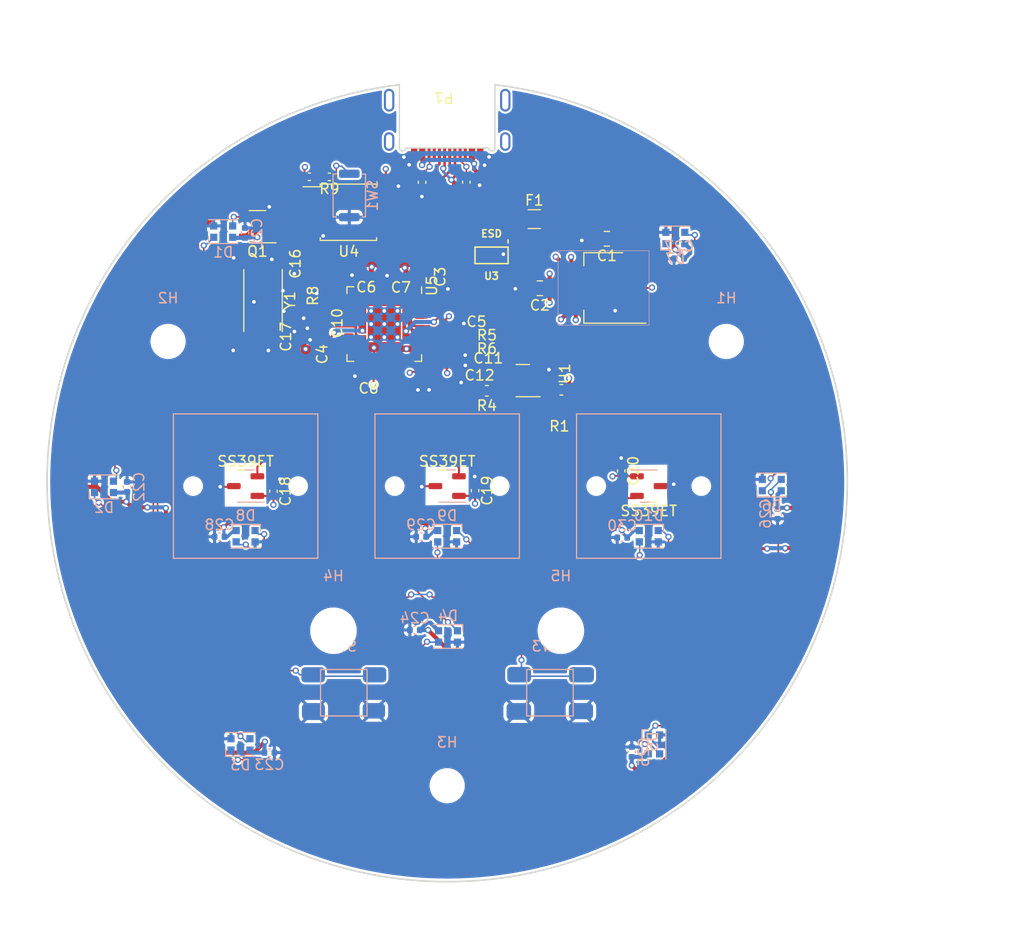
<source format=kicad_pcb>
(kicad_pcb (version 20221018) (generator pcbnew)
  (title_block (title "RP2040 Minimal Design Example") (date "2020-07-13") (rev "REV1") (company "Raspberry Pi (Trading) Ltd"))
  (layers (0 "F.Cu" signal) (1 "In1.Cu" power "GND") (2 "In2.Cu" power "3V3") (31 "B.Cu" signal) (34 "B.Paste" user) (35 "F.Paste" user) (36 "B.SilkS" user "B.Silkscreen") (37 "F.SilkS" user "F.Silkscreen") (38 "B.Mask" user) (39 "F.Mask" user) (44 "Edge.Cuts" user))
  (net 0 "")
  (net 1 "GND")
  (net 2 "VBUS")
  (net 3 "/XIN")
  (net 4 "/XOUT")
  (net 5 "+3V3")
  (net 6 "+1V1")
  (net 7 "/GPIO2")
  (net 8 "/GPIO1")
  (net 9 "/GPIO0")
  (net 10 "Net-(D6-DOUT)")
  (net 11 "/GPIO9")
  (net 12 "/GPIO8")
  (net 13 "/GPIO7")
  (net 14 "/GPIO6")
  (net 15 "/GPIO5")
  (net 16 "/GPIO4")
  (net 17 "/GPIO3")
  (net 18 "/QSPI_SS")
  (net 19 "/GPIO29_ADC3")
  (net 20 "/QSPI_SD3")
  (net 21 "/QSPI_SCLK")
  (net 22 "/QSPI_SD0")
  (net 23 "/QSPI_SD2")
  (net 24 "/QSPI_SD1")
  (net 25 "/USB_D+")
  (net 26 "/USB_D-")
  (net 27 "/GPIO25")
  (net 28 "/GPIO24")
  (net 29 "/GPIO23")
  (net 30 "/GPIO22")
  (net 31 "/GPIO21")
  (net 32 "/GPIO20")
  (net 33 "/GPIO14")
  (net 34 "/GPIO13")
  (net 35 "LED_D_5V")
  (net 36 "+5V")
  (net 37 "+3V")
  (net 38 "SWCLK")
  (net 39 "SWD")
  (net 40 "RUN")
  (net 41 "Net-(U5-USB_DP)")
  (net 42 "Net-(U5-USB_DM)")
  (net 43 "RP_ADC0")
  (net 44 "RP_ADC1")
  (net 45 "RP_ADC2")
  (net 46 "Net-(D1-DOUT)")
  (net 47 "Net-(D2-DOUT)")
  (net 48 "Net-(D3-DOUT)")
  (net 49 "Net-(D4-DOUT)")
  (net 50 "Net-(D5-DOUT)")
  (net 51 "Net-(P1-CC1)")
  (net 52 "ADC_AVDD")
  (net 53 "Net-(P1-CC2)")
  (net 54 "/GPIO16")
  (net 55 "/GPIO10")
  (net 56 "/GPIO11")
  (net 57 "GPIO18")
  (net 58 "GPIO19")
  (net 59 "/GPIO12")
  (net 61 "Net-(C17-Pad1)")
  (net 62 "/GPIO17")
  (net 63 "LED_D_3V")
  (net 64 "Net-(D8-DOUT)")
  (net 65 "Net-(D10-DIN)")
  (net 66 "Net-(D10-DOUT)")
  (net 68 "Net-(R9-Pad1)")
  (footprint "Capacitor_SMD:C_0805_2012Metric" (layer "F.Cu") (at 108.97 80.85 180)
    (fp_text reference "C2")
    (fp_text value "10u")
  )
  (footprint "Capacitor_SMD:C_0402_1005Metric" (layer "F.Cu") (at 100.44 88.3175)
    (fp_text reference "C12")
    (fp_text value "1u")
  )
  (footprint "Capacitor_SMD:C_0402_1005Metric" (layer "F.Cu") (at 100.44 87.3175)
    (fp_text reference "C11")
    (fp_text value "1u")
  )
  (footprint "Capacitor_SMD:C_0402_1005Metric" (layer "F.Cu") (at 92.4 89.365 180)
    (fp_text reference "C8")
    (fp_text value "100n")
  )
  (footprint "Package_TO_SOT_SMD:SOT-223-3_TabPin2" (layer "F.Cu") (at 115.13 80.82 180)
    (fp_text reference "U1")
    (fp_text value "NCP1117-3.3_SOT223" hide)
  )
  (footprint "Package_SO:SOIC-8_5.23x5.23mm_P1.27mm" (layer "F.Cu") (at 90.445 73.4925)
    (fp_text reference "U4")
    (fp_text value "W25Q32JVSS")
  )
  (footprint "Capacitor_SMD:C_0402_1005Metric" (layer "F.Cu") (at 85.207481 83.761 -90)
    (fp_text reference "C17")
    (fp_text value "27p")
  )
  (footprint "Capacitor_SMD:C_0402_1005Metric" (layer "F.Cu") (at 100.325 84.285)
    (fp_text reference "C5")
    (fp_text value "100n")
  )
  (footprint "Capacitor_SMD:C_0402_1005Metric" (layer "F.Cu") (at 95.5225 79.5975 180)
    (fp_text reference "C7")
    (fp_text value "100n")
  )
  (footprint "Capacitor_SMD:C_0402_1005Metric" (layer "F.Cu") (at 87.775 84.721 180)
    (fp_text reference "C10")
    (fp_text value "100n")
  )
  (footprint "Capacitor_SMD:C_0402_1005Metric" (layer "F.Cu") (at 100.325876 85.3025 180)
    (fp_text reference "R5")
    (fp_text value "27R")
  )
  (footprint "Capacitor_SMD:C_0402_1005Metric" (layer "F.Cu") (at 88.015 85.8275 180)
    (fp_text reference "C4")
    (fp_text value "100n")
  )
  (footprint "Capacitor_SMD:C_0805_2012Metric" (layer "F.Cu") (at 115.45 76.06 180)
    (fp_text reference "C1")
    (fp_text value "10u")
  )
  (footprint "Capacitor_SMD:C_0402_1005Metric" (layer "F.Cu") (at 92.1725 79.5675 180)
    (fp_text reference "C6")
    (fp_text value "100n")
  )
  (footprint "RP2040_minimal:RP2040-QFN-56" (layer "F.Cu") (at 93.915 84.315 -90)
    (fp_text reference "U5")
    (fp_text value "RP2040")
  )
  (footprint "Capacitor_SMD:C_0402_1005Metric" (layer "F.Cu") (at 85.207481 80.791 90)
    (fp_text reference "C16")
    (fp_text value "27p")
  )
  (footprint "Capacitor_SMD:C_0402_1005Metric" (layer "F.Cu") (at 100.325876 86.3025 180)
    (fp_text reference "R6")
    (fp_text value "27R")
  )
  (footprint "Capacitor_SMD:C_0402_1005Metric" (layer "F.Cu") (at 100.01 82.26 90)
    (fp_text reference "C3")
    (fp_text value "100n")
  )
  (footprint "Capacitor_SMD:C_0402_1005Metric" (layer "F.Cu") (at 94.545 70.0925)
    (fp_text reference "C15" hide)
    (fp_text value "100n" hide)
  )
  (footprint "Capacitor_SMD:C_0402_1005Metric" (layer "F.Cu") (at 87.092481 82.976 180)
    (fp_text reference "R8")
    (fp_text value "1k")
  )
  (footprint "Crystal:Crystal_SMD_Abracon_ABM7-2Pin_6.0x3.5mm" (layer "F.Cu") (at 82.183162 82.0375 -90)
    (fp_text reference "Y1")
    (fp_text value "ABM7-12.000MHZ-D2Y-T")
  )
  (footprint "Capacitor_SMD:C_0402_1005Metric" (layer "F.Cu") (at 88.61 70.07 180)
    (fp_text reference "R9")
    (fp_text value "1k")
  )
  (footprint "Package_TO_SOT_SMD:SOT-23-5" (layer "F.Cu") (at 81.6425 74.89 180)
    (fp_text reference "Q1")
    (fp_text value "SN74LV1T34DBV")
  )
  (footprint "Capacitor_SMD:C_0603_1608Metric" (layer "F.Cu") (at 103.835 90.78 180)
    (fp_text reference "R4")
    (fp_text value "1R")
  )
  (footprint "Package_TO_SOT_SMD:SOT-23-3" (layer "F.Cu") (at 119.5 100)
    (fp_text reference "S3" hide)
    (fp_text value "SS39ET")
  )
  (footprint "Capacitor_SMD:C_0603_1608Metric" (layer "F.Cu") (at 111.045 90.68 180)
    (fp_text reference "R1")
    (fp_text value "200R")
  )
  (footprint "Keebio-Parts:SOT-143B" (layer "F.Cu") (at 104.29 77.665 180)
    (fp_text reference "U3")
    (fp_text value "PRTR5V0U2X" hide)
  )
  (footprint "Package_TO_SOT_SMD:SOT-23-3" (layer "F.Cu") (at 100 100 180)
    (fp_text reference "S2" hide)
    (fp_text value "SS39ET")
  )
  (footprint "Package_TO_SOT_SMD:SOT-23" (layer "F.Cu") (at 107.3125 89.79 180)
    (fp_text reference "U2" hide)
    (fp_text value "LM4040DBZ-3" hide)
  )
  (footprint "Capacitor_SMD:C_0402_1005Metric" (layer "F.Cu") (at 101.854 70.584 -90)
    (fp_text reference "R2" hide)
    (fp_text value "5.1k" hide)
  )
  (footprint "Capacitor_SMD:C_0402_1005Metric" (layer "F.Cu") (at 100.04 89.95)
    (fp_text reference "C14" hide)
    (fp_text value "1u" hide)
  )
  (footprint "Package_TO_SOT_SMD:SOT-23-3" (layer "F.Cu") (at 80.5 100 180)
    (fp_text reference "S1" hide)
    (fp_text value "SS39ET")
  )
  (footprint "Capacitor_SMD:C_0402_1005Metric" (layer "F.Cu") (at 83.19 100.5 -90)
    (fp_text reference "C18")
    (fp_text value "1u")
  )
  (footprint "Capacitor_SMD:C_0402_1005Metric" (layer "F.Cu") (at 97.225 89.4275 -90)
    (fp_text reference "C9" hide)
    (fp_text value "100n" hide)
  )
  (footprint "Capacitor_SMD:C_0402_1005Metric" (layer "F.Cu") (at 98.255 89.4275 -90)
    (fp_text reference "C13" hide)
    (fp_text value "100n" hide)
  )
  (footprint "Capacitor_SMD:C_0402_1005Metric" (layer "F.Cu") (at 116.84 98.524 -90)
    (fp_text reference "C20")
    (fp_text value "1u")
  )
  (footprint "Capacitor_SMD:C_0402_1005Metric" (layer "F.Cu") (at 97.57 70.6 -90)
    (fp_text reference "R3" hide)
    (fp_text value "5.1k" hide)
  )
  (footprint "Capacitor_SMD:C_0402_1005Metric" (layer "F.Cu") (at 102.7 100.44 -90)
    (fp_text reference "C19")
    (fp_text value "1u")
  )
  (footprint "Capacitor_SMD:C_0402_1005Metric" (layer "F.Cu") (at 86.67 70.06)
    (fp_text reference "R7" hide)
    (fp_text value "10k" hide)
  )
  (footprint "Connector_USB:USB_C_Receptacle_DEALON_16P_MidMnt" (layer "F.Cu") (at 100 62.65 180)
    (fp_text reference "P1")
    (fp_text value "USB-TYPE-C-016" hide)
    (fp_line (start -4.62 -4.6) (end -4.625 1.5) (stroke (width 0.12)) (layer "Edge.Cuts"))
    (fp_line (start -4.025 -4.625) (end 4.025 -4.625) (stroke (width 0.12)) (layer "Edge.Cuts"))
    (fp_line (start 4.62 -4.6) (end 4.62 1.5) (stroke (width 0.12)) (layer "Edge.Cuts"))
    (fp_arc (start -4.62 -4.6) (mid -4.335 -4.91) (end -4.025 -4.625) (stroke (width 0.12)) (layer "Edge.Cuts"))
    (fp_arc (start 4.025 -4.625) (mid 4.335 -4.91) (end 4.62 -4.6) (stroke (width 0.12)) (layer "Edge.Cuts"))
  )
  (footprint "Fuse:Fuse_1206_3216Metric" (layer "F.Cu") (at 108.43 74.16)
    (fp_text reference "F1")
    (fp_text value "nSMD025-24V" hide)
  )
  (footprint "Capacitor_SMD:C_0402_1005Metric" (layer "B.Cu") (at 131.96 102.68 -90)
    (fp_text reference "C26")
    (fp_text value "100n")
  )
  (footprint "Button_Switch_SMD:SW_Push_SPST_NO_Alps_SKRK" (layer "B.Cu") (at 90.53 71.87 90)
    (fp_text reference "SW1")
    (fp_text value "SKRKAHE020")
  )
  (footprint "Capacitor_SMD:C_0402_1005Metric" (layer "B.Cu") (at 97.48 104.9 180)
    (fp_text reference "C29")
    (fp_text value "100n")
  )
  (footprint "Capacitor_SMD:C_0402_1005Metric" (layer "B.Cu") (at 117.856 125.73 90)
    (fp_text reference "C25")
    (fp_text value "100n")
  )
  (footprint "MountingHole:MountingHole_3.2mm_M3" (layer "B.Cu") (at 100 129 180)
    (fp_text reference "H3")
    (fp_text value "MountingHole_3.2mm_M3")
  )
  (footprint "Capacitor_SMD:C_0402_1005Metric" (layer "B.Cu") (at 122.428 77.978 180)
    (fp_text reference "C27")
    (fp_text value "100n")
  )
  (footprint "Button_Switch_SMD:PTS647_4.5x4.5mm" (layer "B.Cu") (at 90 120 180)
    (fp_text reference "SW2")
    (fp_text value "PTS647 SN70 SMTR2 LFS")
  )
  (footprint "LED_SMD:LED_WS2812B-2020_PLCC4_2.0x2.0mm" (layer "B.Cu") (at 66.802 100.076)
    (fp_text reference "D2")
    (fp_text value "WS2812B-2020")
  )
  (footprint "Button_Switch_Keyboard:SW_Lekker_MX_1.00u_PCB" (layer "B.Cu") (at 119.5 100 180)
    (fp_text reference "REF**" hide)
    (fp_text value "SW_Lekker_MX_1.00u_PCB")
  )
  (footprint "Capacitor_SMD:C_0402_1005Metric" (layer "B.Cu") (at 80.443 75.498 90)
    (fp_text reference "C21")
    (fp_text value "100n")
  )
  (footprint "Button_Switch_Keyboard:SW_Lekker_MX_1.00u_PCB" (layer "B.Cu") (at 100 100 180)
    (fp_text reference "REF**" hide)
    (fp_text value "SW_Lekker_MX_1.00u_PCB")
  )
  (footprint "Capacitor_SMD:C_0402_1005Metric" (layer "B.Cu") (at 69.032 100.076 90)
    (fp_text reference "C22")
    (fp_text value "100n")
  )
  (footprint "LED_SMD:LED_WS2812B-2020_PLCC4_2.0x2.0mm" (layer "B.Cu") (at 119.5 104.85 180)
    (fp_text reference "D10")
    (fp_text value "WS2812B-2020")
  )
  (footprint "LED_SMD:LED_WS2812B-2020_PLCC4_2.0x2.0mm" (layer "B.Cu") (at 120 125 -90)
    (fp_text reference "D5")
    (fp_text value "WS2812B-2020")
  )
  (footprint "MountingHole:MountingHole_3.2mm_M3" (layer "B.Cu") (at 73 86 180)
    (fp_text reference "H2")
    (fp_text value "MountingHole_3.2mm_M3")
  )
  (footprint "Capacitor_SMD:C_0402_1005Metric" (layer "B.Cu") (at 82.804 125.799)
    (fp_text reference "C23")
    (fp_text value "100n")
  )
  (footprint "LED_SMD:LED_WS2812B-2020_PLCC4_2.0x2.0mm" (layer "B.Cu") (at 122.073 75.988)
    (fp_text reference "D7")
    (fp_text value "WS2812B-2020")
  )
  (footprint "MountingHole:MountingHole_3.2mm_M3" (layer "B.Cu") (at 127 86 180)
    (fp_text reference "H1")
    (fp_text value "MountingHole_3.2mm_M3")
  )
  (footprint "LED_SMD:LED_WS2812B-2020_PLCC4_2.0x2.0mm" (layer "B.Cu") (at 80 125)
    (fp_text reference "D3")
    (fp_text value "WS2812B-2020")
  )
  (footprint "LED_SMD:LED_WS2812B-2020_PLCC4_2.0x2.0mm" (layer "B.Cu") (at 100 104.85 180)
    (fp_text reference "D9")
    (fp_text value "WS2812B-2020")
  )
  (footprint "Button_Switch_SMD:PTS647_4.5x4.5mm" (layer "B.Cu") (at 109.94 120 180)
    (fp_text reference "SW3")
    (fp_text value "PTS647 SN70 SMTR2 LFS")
  )
  (footprint "LED_SMD:LED_WS2812B-2020_PLCC4_2.0x2.0mm" (layer "B.Cu") (at 78.333 75.368)
    (fp_text reference "D1")
    (fp_text value "WS2812B-2020")
  )
  (footprint "Button_Switch_Keyboard:SW_Lekker_MX_1.00u_PCB" (layer "B.Cu") (at 80.5 100 180)
    (fp_text reference "REF**" hide)
    (fp_text value "SW_Lekker_MX_1.00u_PCB")
  )
  (footprint "LED_SMD:LED_WS2812B-2020_PLCC4_2.0x2.0mm" (layer "B.Cu") (at 131.4 99.9)
    (fp_text reference "D6")
    (fp_text value "WS2812B-2020")
  )
  (footprint "LED_SMD:LED_WS2812B-2020_PLCC4_2.0x2.0mm" (layer "B.Cu") (at 80.5 104.85 180)
    (fp_text reference "D8")
    (fp_text value "WS2812B-2020")
  )
  (footprint "Capacitor_SMD:C_0402_1005Metric" (layer "B.Cu") (at 77.978 104.902 180)
    (fp_text reference "C28")
    (fp_text value "100n")
  )
  (footprint "MountingHole:MountingHole_4.3mm_M4" (layer "B.Cu") (at 89 114 180)
    (fp_text reference "H4")
    (fp_text value "MountingHole_4.3mm_M4")
  )
  (footprint "LED_SMD:LED_WS2812B-2020_PLCC4_2.0x2.0mm" (layer "B.Cu") (at 100.076 114.554 180)
    (fp_text reference "D4")
    (fp_text value "WS2812B-2020")
  )
  (footprint "Capacitor_SMD:C_0402_1005Metric" (layer "B.Cu") (at 116.93 104.98 180)
    (fp_text reference "C30")
    (fp_text value "100n")
  )
  (footprint "Capacitor_SMD:C_0402_1005Metric" (layer "B.Cu") (at 96.87 113.93 180)
    (fp_text reference "C24")
    (fp_text value "100n")
  )
  (footprint "MountingHole:MountingHole_4.3mm_M4" (layer "B.Cu") (at 111 114 180)
    (fp_text reference "H5")
    (fp_text value "MountingHole_4.3mm_M4")
  )
  (gr_arc (start 104.625 61.15) (mid 100.0025 138.288733) (end 95.38 61.15) (stroke (width 0.15)) (layer "Edge.Cuts"))
  (segment (start 95.28 70.0025) (end 95.2475 69.97) (width 0.15) (layer "F.Cu") (net 1))
  (segment (start 100.05 81.695) (end 100.05 80.94) (width 0.2) (layer "F.Cu") (net 1))
  (segment (start 103.67 68.8925) (end 103.67 68.525) (width 0.25) (layer "F.Cu") (net 1))
  (segment (start 91.0725 89.3525) (end 91.9025 89.3525) (width 0.15) (layer "F.Cu") (net 1))
  (segment (start 86.742 85.84) (end 86.74 85.842) (width 0.2) (layer "F.Cu") (net 1))
  (segment (start 103.124 70.866) (end 103.134 70.876) (width 0.15) (layer "F.Cu") (net 1))
  (segment (start 102.244 70.866) (end 103.124 70.866) (width 0.2) (layer "F.Cu") (net 1))
  (segment (start 101.7325 87.3175) (end 100.925 87.3175) (width 0.2) (layer "F.Cu") (net 1))
  (segment (start 83.81 99.33) (end 83.19 99.95) (width 0.2) (layer "F.Cu") (net 1))
  (segment (start 78.05 100.06) (end 78.1 100.07) (width 0.2) (layer "F.Cu") (net 1))
  (segment (start 95.28 70.97) (end 95.28 70.0025) (width 0.15) (layer "F.Cu") (net 1))
  (segment (start 87.619338 75.3975) (end 86.845 75.3975) (width 0.15) (layer "F.Cu") (net 1))
  (segment (start 101.615 84.265) (end 100.8075 84.265) (width 0.2) (layer "F.Cu") (net 1))
  (segment (start 100.07 81.715) (end 100.05 81.695) (width 0.2) (layer "F.Cu") (net 1))
  (segment (start 82.79 72.97) (end 82.79 73.855) (width 0.2) (layer "F.Cu") (net 1))
  (segment (start 88.004669 75.782831) (end 87.619338 75.3975) (width 0.2) (layer "F.Cu") (net 1))
  (segment (start 104.03 68.12) (end 104.05 68.14) (width 0.25) (layer "F.Cu") (net 1))
  (segment (start 86.115 83.7525) (end 86.020981 83.7525) (width 0.15) (layer "F.Cu") (net 1))
  (segment (start 96.32 68.9) (end 96.32 68.355) (width 0.25) (layer "F.Cu") (net 1))
  (segment (start 96.32 68.355) (end 96.8 67.875) (width 0.25) (layer "F.Cu") (net 1))
  (segment (start 101.28 89.97) (end 101.26 89.95) (width 0.15) (layer "F.Cu") (net 1))
  (segment (start 78.98 100.07) (end 78.12 100.07) (width 0.2) (layer "F.Cu") (net 1))
  (segment (start 96.535 68.14) (end 95.8075 68.14) (width 0.25) (layer "F.Cu") (net 1))
  (segment (start 117.38 83.02) (end 117.46 82.94) (width 0.8) (layer "F.Cu") (net 1))
  (segment (start 87.29 84.721) (end 86.478016 84.721) (width 0.2) (layer "F.Cu") (net 1))
  (segment (start 83.19 99.95) (end 83.19 100.02) (width 0.15) (layer "F.Cu") (net 1))
  (segment (start 106.594375 80.9) (end 107.925625 80.9) (width 0.6) (layer "F.Cu") (net 1))
  (segment (start 100.925 88.3175) (end 101.755 88.3175) (width 0.2) (layer "F.Cu") (net 1))
  (segment (start 91.9025 89.3525) (end 91.915 89.365) (width 0.15) (layer "F.Cu") (net 1))
  (segment (start 97.57 71.08) (end 97.57 71.95) (width 0.15) (layer "F.Cu") (net 1))
  (segment (start 121.92 99.822) (end 120.8155 99.822) (width 0.2) (layer "F.Cu") (net 1))
  (segment (start 102.71 99.98) (end 102.71 99.16) (width 0.2) (layer "F.Cu") (net 1))
  (segment (start 85.207481 85.0265) (end 85.218981 85.038) (width 0.15) (layer "F.Cu") (net 1))
  (segment (start 98.23 90.666824) (end 98.246352 90.683176) (width 0.2) (layer "F.Cu") (net 1))
  (segment (start 94.1825 79.6275) (end 94.3825 79.4275) (width 0.15) (layer "F.Cu") (net 1))
  (segment (start 96.8 67.875) (end 96.535 68.14) (width 0.25) (layer "F.Cu") (net 1))
  (segment (start 86.478016 84.721) (end 86.47801 84.720994) (width 0.2) (layer "F.Cu") (net 1))
  (segment (start 85.207481 84.246) (end 85.207481 85.0265) (width 0.15) (layer "F.Cu") (net 1))
  (segment (start 79.03 100.02) (end 78.98 100.07) (width 0.2) (layer "F.Cu") (net 1))
  (segment (start 120.8155 99.822) (end 120.6375 100) (width 0.2) (layer "F.Cu") (net 1))
  (segment (start 86.020981 83.7525) (end 85.527481 84.246) (width 0.15) (layer "F.Cu") (net 1))
  (segment (start 116.84 97.282) (end 116.77 97.352) (width 0.15) (layer "F.Cu") (net 1))
  (segment (start 105.09 77.21) (end 105.09 76.63) (width 0.4) (layer "F.Cu") (net 1))
  (segment (start 114.155 76.22) (end 114.235 76.14) (width 0.8) (layer "F.Cu") (net 1))
  (segment (start 113.025 76.22) (end 114.155 76.22) (width 0.8) (layer "F.Cu") (net 1))
  (segment (start 85.207481 80.306) (end 85.207481 79.45) (width 0.2) (layer "F.Cu") (net 1))
  (segment (start 103.67 68.525) (end 103.265 68.12) (width 0.25) (layer "F.Cu") (net 1))
  (segment (start 90.4775 83.315) (end 89.337981 83.315) (width 0.15) (layer "F.Cu") (net 1))
  (segment (start 97.17 90.693176) (end 97.17 90.023176) (width 0.2) (layer "F.Cu") (net 1))
  (segment (start 85.527481 84.246) (end 85.207481 84.246) (width 0.15) (layer "F.Cu") (net 1))
  (segment (start 105.433234 77.553234) (end 105.09 77.21) (width 0.4) (layer "F.Cu") (net 1))
  (segment (start 103.61625 68.94625) (end 103.67 68.8925) (width 0.25) (layer "F.Cu") (net 1))
  (segment (start 109.846 88.73) (end 108.69 88.73) (width 0.3) (layer "F.Cu") (net 1))
  (segment (start 78.1 100.07) (end 78.11 100.07) (width 0.2) (layer "F.Cu") (net 1))
  (segment (start 108.69 88.73) (end 108.526 88.894) (width 0.3) (layer "F.Cu") (net 1))
  (segment (start 116.77 97.352) (end 116.77 97.994) (width 0.2) (layer "F.Cu") (net 1))
  (segment (start 94.3825 79.4275) (end 94.7375 79.4275) (width 0.15) (layer "F.Cu") (net 1))
  (segment (start 98.45 100.01) (end 97.63 100.01) (width 0.2) (layer "F.Cu") (net 1))
  (segment (start 116.25 83.02) (end 117.38 83.02) (width 0.8) (layer "F.Cu") (net 1))
  (segment (start 98.23 90.033176) (end 98.23 90.666824) (width 0.2) (layer "F.Cu") (net 1))
  (segment (start 87.29 85.84) (end 86.742 85.84) (width 0.2) (layer "F.Cu") (net 1))
  (segment (start 78.12 100.07) (end 78.05 100.06) (width 0.2) (layer "F.Cu") (net 1))
  (segment (start 90.7925 79.5775) (end 91.605 79.5775) (width 0.2) (layer "F.Cu") (net 1))
  (segment (start 101.7425 87.3275) (end 101.7325 87.3175) (width 0.2) (layer "F.Cu") (net 1))
  (segment (start 104.07 68.12) (end 104.05 68.14) (width 0.25) (layer "F.Cu") (net 1))
  (segment (start 89.337981 83.315) (end 87.377981 81.355) (width 0.15) (layer "F.Cu") (net 1))
  (segment (start 103.265 68.12) (end 104.03 68.12) (width 0.25) (layer "F.Cu") (net 1))
  (segment (start 101.26 89.95) (end 100.537831 89.95) (width 0.15) (layer "F.Cu") (net 1))
  (via (at 86.115 83.7525) (size 0.6) (drill 0.35) (layers "F.Cu" "B.Cu") (net 1))
  (via (at 81.307481 82.166) (size 0.6) (drill 0.35) (layers "F.Cu" "B.Cu") (net 1))
  (via (at 84.193162 83.0675) (size 0.6) (drill 0.35) (layers "F.Cu" "B.Cu") (net 1))
  (via (at 79.345 77.9025) (size 0.6) (drill 0.35) (layers "F.Cu" "B.Cu") (net 1))
  (via (at 83.037481 78.0535) (size 0.6) (drill 0.35) (layers "F.Cu" "B.Cu") (net 1))
  (via (at 82.707481 86.866) (size 0.6) (drill 0.35) (layers "F.Cu" "B.Cu") (net 1))
  (via (at 94.1825 79.6275) (size 0.6) (drill 0.35) (layers "F.Cu" "B.Cu") (net 1))
  (via (at 109.846 88.73) (size 0.6) (drill 0.35) (layers "F.Cu" "B.Cu") (net 1))
  (via (at 91.0725 89.3525) (size 0.6) (drill 0.35) (layers "F.Cu" "B.Cu") (net 1))
  (via (at 87.377981 81.355) (size 0.6) (drill 0.35) (layers "F.Cu" "B.Cu") (net 1))
  (via (at 98.246352 90.683176) (size 0.6) (drill 0.35) (layers "F.Cu" "B.Cu") (net 1))
  (via (at 103.61625 68.94625) (size 0.6) (drill 0.35) (layers "F.Cu" "B.Cu") (net 1))
  (via (at 90.7925 79.5775) (size 0.6) (drill 0.35) (layers "F.Cu" "B.Cu") (net 1))
  (via (at 83.81 99.33) (size 0.6) (drill 0.35) (layers "F.Cu" "B.Cu") (net 1))
  (via (at 113.025 76.22) (size 0.6) (drill 0.35) (layers "F.Cu" "B.Cu") (net 1))
  (via (at 104.05 68.14) (size 0.6) (drill 0.35) (layers "F.Cu" "B.Cu") (net 1))
  (via (at 95.808119 68.148005) (size 0.6) (drill 0.35) (layers "F.Cu" "B.Cu") (net 1))
  (via (at 82.79 72.97) (size 0.6) (drill 0.35) (layers "F.Cu" "B.Cu") (net 1))
  (via (at 101.755 88.3175) (size 0.6) (drill 0.35) (layers "F.Cu" "B.Cu") (net 1))
  (via (at 96.32 68.9) (size 0.6) (drill 0.35) (layers "F.Cu" "B.Cu") (net 1))
  (via (at 95.28 70.97) (size 0.6) (drill 0.35) (layers "F.Cu" "B.Cu") (net 1))
  (via (at 97.54 100.06) (size 0.6) (drill 0.35) (layers "F.Cu" "B.Cu") (net 1))
  (via (at 85.218981 85.038) (size 0.6) (drill 0.35) (layers "F.Cu" "B.Cu") (net 1))
  (via (at 86.47801 84.720994) (size 0.6) (drill 0.35) (layers "F.Cu" "B.Cu") (net 1))
  (via (at 105.433234 77.553234) (size 0.6) (drill 0.35) (layers "F.Cu" "B.Cu") (net 1))
  (via (at 97.55 71.97) (size 0.6) (drill 0.35) (layers "F.Cu" "B.Cu") (net 1))
  (via (at 79.305 86.866) (size 0.6) (drill 0.35) (layers "F.Cu" "B.Cu") (net 1))
  (via (at 116.84 97.282) (size 0.6) (drill 0.35) (layers "F.Cu" "B.Cu") (net 1))
  (via (at 101.7425 87.3275) (size 0.6) (drill 0.35) (layers "F.Cu" "B.Cu") (net 1))
  (via (at 102.66 99.07) (size 0.6) (drill 0.35) (layers "F.Cu" "B.Cu") (net 1))
  (via (at 106.594375 80.9) (size 0.6) (drill 0.35) (layers "F.Cu" "B.Cu") (net 1))
  (via (at 121.92 99.822) (size 0.6) (drill 0.35) (layers "F.Cu" "B.Cu") (net 1))
  (via (at 97.17 90.693176) (size 0.6) (drill 0.35) (layers "F.Cu" "B.Cu") (net 1))
  (via (at 78.05 100.06) (size 0.6) (drill 0.35) (layers "F.Cu" "B.Cu") (net 1))
  (via (at 85.207481 79.45) (size 0.6) (drill 0.35) (layers "F.Cu" "B.Cu") (net 1))
  (via (at 116.25 83.02) (size 0.6) (drill 0.35) (layers "F.Cu" "B.Cu") (net 1))
  (via (at 101.615 84.265) (size 0.6) (drill 0.35) (layers "F.Cu" "B.Cu") (net 1))
  (via (at 88.004669 75.782831) (size 0.6) (drill 0.35) (layers "F.Cu" "B.Cu") (net 1))
  (via (at 103.134 70.876) (size 0.6) (drill 0.35) (layers "F.Cu" "B.Cu") (net 1))
  (via (at 100.07 80.92) (size 0.6) (drill 0.35) (layers "F.Cu" "B.Cu") (net 1))
  (via (at 86.74 85.842) (size 0.6) (drill 0.35) (layers "F.Cu" "B.Cu") (net 1))
  (via (at 101.355 89.9725) (size 0.6) (drill 0.35) (layers "F.Cu" "B.Cu") (net 1))
  (via (at 84.113162 81.0875) (size 0.6) (drill 0.35) (layers "F.Cu" "B.Cu") (net 1))
  (segment (start 77.413 74.818) (end 77.693 74.818) (width 0.15) (layer "B.Cu") (net 1))
  (segment (start 87.375 121.6) (end 87.49 121.6) (width 0.15) (layer "B.Cu") (net 1))
  (segment (start 102.606789 68.790703) (end 102.606789 69.332789) (width 0.4) (layer "F.Cu") (net 2))
  (segment (start 107.03 77.6) (end 105.965 78.665) (width 0.4) (layer "F.Cu") (net 2))
  (segment (start 102.4 68.583914) (end 102.4 67.875) (width 0.4) (layer "F.Cu") (net 2))
  (segment (start 102.606789 68.790703) (end 102.4 68.583914) (width 0.4) (layer "F.Cu") (net 2))
  (segment (start 105.965 78.665) (end 105.24 78.665) (width 0.4) (layer "F.Cu") (net 2))
  (segment (start 97.6 68.890107) (end 97.6 67.875) (width 0.4) (layer "F.Cu") (net 2))
  (segment (start 102.606789 69.332789) (end 107.03 73.756) (width 0.4) (layer "F.Cu") (net 2))
  (segment (start 107.03 73.756) (end 107.03 77.6) (width 0.4) (layer "F.Cu") (net 2))
  (segment (start 97.56682 68.923287) (end 97.6 68.890107) (width 0.4) (layer "F.Cu") (net 2))
  (via (at 102.606789 68.790703) (size 0.6) (drill 0.35) (layers "F.Cu" "B.Cu") (net 2))
  (via (at 97.56682 68.923287) (size 0.6) (drill 0.35) (layers "F.Cu" "B.Cu") (net 2))
  (segment (start 102.254086 68.438) (end 102.606789 68.790703) (width 0.4) (layer "B.Cu") (net 2))
  (segment (start 97.56682 68.81318) (end 97.942 68.438) (width 0.4) (layer "B.Cu") (net 2))
  (segment (start 102.606789 68.790703) (end 102.606789 69.25445) (width 0.4) (layer "B.Cu") (net 2))
  (segment (start 97.56682 68.923287) (end 97.56682 68.81318) (width 0.4) (layer "B.Cu") (net 2))
  (segment (start 97.942 68.438) (end 102.254086 68.438) (width 0.4) (layer "B.Cu") (net 2))
  (segment (start 84.556981 81.9265) (end 83.052162 81.9265) (width 0.15) (layer "F.Cu") (net 3))
  (segment (start 87.674717 82.076) (end 86.007481 82.076) (width 0.15) (layer "F.Cu") (net 3))
  (segment (start 90.4775 83.715) (end 89.313717 83.715) (width 0.15) (layer "F.Cu") (net 3))
  (segment (start 89.313717 83.715) (end 87.674717 82.076) (width 0.15) (layer "F.Cu") (net 3))
  (segment (start 83.052162 81.9265) (end 81.092662 79.967) (width 0.15) (layer "F.Cu") (net 3))
  (segment (start 85.207481 81.276) (end 84.556981 81.9265) (width 0.15) (layer "F.Cu") (net 3))
  (segment (start 86.007481 82.076) (end 85.207481 81.276) (width 0.15) (layer "F.Cu") (net 3))
  (segment (start 90.4775 84.115) (end 88.716481 84.115) (width 0.15) (layer "F.Cu") (net 4))
  (segment (start 88.716481 84.115) (end 87.577481 82.976) (width 0.15) (layer "F.Cu") (net 4))
  (segment (start 98.405001 84.667501) (end 98.940323 84.667501) (width 0.2) (layer "F.Cu") (net 5))
  (segment (start 99.062824 84.545) (end 99.58 84.545) (width 0.2) (layer "F.Cu") (net 5))
  (segment (start 92.71 78.79) (end 92.71 79.75625) (width 0.2) (layer "F.Cu") (net 5))
  (segment (start 85.927996 86.397996) (end 86.26 86.73) (width 0.2) (layer "F.Cu") (net 5))
  (segment (start 86.19 70.06) (end 86.19 69.17) (width 0.2) (layer "F.Cu") (net 5))
  (segment (start 86.26 86.73) (end 86.3 86.73) (width 0.2) (layer "F.Cu") (net 5))
  (segment (start 92.91 86.6) (end 92.93 86.7525) (width 0.2) (layer "F.Cu") (net 5))
  (segment (start 86.3 86.73) (end 86.3 86.77) (width 0.2) (layer "F.Cu") (net 5))
  (segment (start 97.3925 84.5175) (end 96.555 84.5175) (width 0.2) (layer "F.Cu") (net 5))
  (segment (start 96.515 80.105) (end 96.0075 79.5975) (width 0.2) (layer "F.Cu") (net 5))
  (segment (start 96.4675 88.9425) (end 96.38 89.03) (width 0.15) (layer "F.Cu") (net 5))
  (segment (start 92.885 90.165) (end 92.88 90.17) (width 0.2) (layer "F.Cu") (net 5))
  (segment (start 96.0075 79.0775) (end 95.8325 78.9025) (width 0.2) (layer "F.Cu") (net 5))
  (segment (start 102.7 100.92) (end 102.69 101.69) (width 0.2) (layer "F.Cu") (net 5))
  (segment (start 99.955 88.3175) (end 99.955 89.015) (width 0.2) (layer "F.Cu") (net 5))
  (segment (start 112.44 83.92) (end 112.44 81.260482) (width 0.4) (layer "F.Cu") (net 5))
  (segment (start 86.3 86.77) (end 86.25 86.72) (width 0.2) (layer "F.Cu") (net 5))
  (segment (start 96.0075 79.5975) (end 96.0075 79.0775) (width 0.2) (layer "F.Cu") (net 5))
  (segment (start 92.885 89.365) (end 92.885 87.7825) (width 0.2) (layer "F.Cu") (net 5))
  (segment (start 111.795 89.57) (end 111.795 90.619518) (width 0.4) (layer "F.Cu") (net 5))
  (segment (start 116.046 99.004) (end 115.99 99.06) (width 0.2) (layer "F.Cu") (net 5))
  (segment (start 98.060026 86.5175) (end 96.5625 86.5175) (width 0.2) (layer "F.Cu") (net 5))
  (segment (start 83.16 100.95) (end 83.19 100.98) (width 0.15) (layer "F.Cu") (net 5))
  (segment (start 116.8 99.044) (end 116.84 99.004) (width 0.2) (layer "F.Cu") (net 5))
  (segment (start 99.955 88.3175) (end 99.305 87.6675) (width 0.2) (layer "F.Cu") (net 5))
  (segment (start 88.0085 85.2925) (end 86.097 85.2925) (width 0.2) (layer "F.Cu") (net 5))
  (segment (start 83.05 101.12) (end 83.19 100.98) (width 0.15) (layer "F.Cu") (net 5))
  (segment (start 119.77 80.82) (end 119.81 80.78) (width 0.15) (layer "F.Cu") (net 5))
  (segment (start 96.5625 86.5175) (end 96.515 86.565) (width 0.2) (layer "F.Cu") (net 5))
  (segment (start 99.58 84.545) (end 99.84 84.285) (width 0.2) (layer "F.Cu") (net 5))
  (segment (start 97.3925 84.9175) (end 96.755 84.9175) (width 0.2) (layer "F.Cu") (net 5))
  (segment (start 86.097 85.2925) (end 85.952996 85.436504) (width 0.2) (layer "F.Cu") (net 5))
  (segment (start 112 80.589517) (end 112 77.810482) (width 0.4) (layer "F.Cu") (net 5))
  (segment (start 86.19 69.17) (end 86.24 69.12) (width 0.15) (layer "F.Cu") (net 5))
  (segment (start 97.225 88.9225) (end 97.225 89.13) (width 0.2) (layer "F.Cu") (net 5))
  (segment (start 98.255 84.5175) (end 97.3925 84.5175) (width 0.2) (layer "F.Cu") (net 5))
  (segment (start 88.26 85.041) (end 88.0085 85.2925) (width 0.2) (layer "F.Cu") (net 5))
  (segment (start 85.952996 85.436504) (end 85.927996 85.461504) (width 0.2) (layer "F.Cu") (net 5))
  (segment (start 92.6575 79.5675) (end 92.915 79.825) (width 0.2) (layer "F.Cu") (net 5))
  (segment (start 109.83 80.85) (end 110 80.68) (width 0.4) (layer "F.Cu") (net 5))
  (segment (start 96.515 81.5425) (end 96.505 81.5525) (width 0.2) (layer "F.Cu") (net 5))
  (segment (start 94.045 70.2775) (end 94.255 70.0675) (width 0.15) (layer "F.Cu") (net 5))
  (segment (start 92.885 87.7825) (end 92.915 87.7525) (width 0.2) (layer "F.Cu") (net 5))
  (segment (start 111.01 83.86) (end 111.66 83.21) (width 0.4) (layer "F.Cu") (net 5))
  (segment (start 88.431 84.55) (end 88.26 84.721) (width 0.2) (layer "F.Cu") (net 5))
  (segment (start 111.98 79.28) (end 110.5 77.8) (width 0.4) (layer "F.Cu") (net 5))
  (segment (start 99.84 83.89) (end 100.17 83.56) (width 0.2) (layer "F.Cu") (net 5))
  (segment (start 92.8 79.3525) (end 92.6575 79.495) (width 0.2) (layer "F.Cu") (net 5))
  (segment (start 116.84 99.004) (end 116.046 99.004) (width 0.2) (layer "F.Cu") (net 5))
  (segment (start 96.515 87.7525) (end 96.515 88.2125) (width 0.2) (layer "F.Cu") (net 5))
  (segment (start 116.8 99.07) (end 116.8 99.044) (width 0.2) (layer "F.Cu") (net 5))
  (segment (start 94.045 71.5875) (end 94.045 70.2775) (width 0.2) (layer "F.Cu") (net 5))
  (segment (start 92.915 79.825) (end 92.915 80.8775) (width 0.2) (layer "F.Cu") (net 5))
  (segment (start 109.9075 79.4375) (end 109.9075 80.85) (width 0.4) (layer "F.Cu") (net 5))
  (segment (start 96.515 80.8775) (end 96.515 80.105) (width 0.2) (layer "F.Cu") (net 5))
  (segment (start 99.210025 87.6675) (end 98.060026 86.5175) (width 0.2) (layer "F.Cu") (net 5))
  (segment (start 92.915 87.7525) (end 92.915 86.7675) (width 0.2) (layer "F.Cu") (net 5))
  (segment (start 99.955 89.015) (end 100 89.06) (width 0.2) (layer "F.Cu") (net 5))
  (segment (start 116.84 99.004) (end 116.886 99.05) (width 0.2) (layer "F.Cu") (net 5))
  (segment (start 83.2 101.04) (end 83.19 101.81) (width 0.2) (layer "F.Cu") (net 5))
  (segment (start 109.9075 82.24) (end 109.9075 80.85) (width 0.4) (layer "F.Cu") (net 5))
  (segment (start 81.6375 100.95) (end 83.16 100.95) (width 0.2) (layer "F.Cu") (net 5))
  (segment (start 97.3925 84.9175) (end 98.155002 84.9175) (width 0.2) (layer "F.Cu") (net 5))
  (segment (start 98.405001 84.667501) (end 98.255 84.5175) (width 0.2) (layer "F.Cu") (net 5))
  (segment (start 92.6575 79.5675) (end 92.6575 79.5325) (width 0.2) (layer "F.Cu") (net 5))
  (segment (start 99.305 87.6675) (end 99.210025 87.6675) (width 0.2) (layer "F.Cu") (net 5))
  (segment (start 92.915 81.6175) (end 92.905 81.6275) (width 0.2) (layer "F.Cu") (net 5))
  (segment (start 98.940323 84.667501) (end 99.062824 84.545) (width 0.2) (layer "F.Cu") (net 5))
  (segment (start 91.09 84.55) (end 88.431 84.55) (width 0.2) (layer "F.Cu") (net 5))
  (segment (start 96.515 86.565) (end 96.515 87.7525) (width 0.2) (layer "F.Cu") (net 5))
  (segment (start 96.515 88.2125) (end 97.225 88.9225) (width 0.2) (layer "F.Cu") (net 5))
  (segment (start 111.98 80.82) (end 111.98 79.28) (width 0.4) (layer "F.Cu") (net 5))
  (segment (start 99.84 84.285) (end 99.84 83.89) (width 0.2) (layer "F.Cu") (net 5))
  (segment (start 92.6575 79.495) (end 92.6575 79.5675) (width 0.2) (layer "F.Cu") (net 5))
  (segment (start 97.225 89.13) (end 97.1925 89.1625) (width 0.2) (layer "F.Cu") (net 5))
  (segment (start 118.28 80.82) (end 119.77 80.82) (width 0.2) (layer "F.Cu") (net 5))
  (segment (start 111.66 83.21) (end 111.66 81.090482) (width 0.4) (layer "F.Cu") (net 5))
  (segment (start 85.927996 85.461504) (end 85.927996 86.397996) (width 0.2) (layer "F.Cu") (net 5))
  (segment (start 92.915 86.7675) (end 92.91 86.6) (width 0.2) (layer "F.Cu") (net 5))
  (segment (start 98.155002 84.9175) (end 98.405001 84.667501) (width 0.2) (layer "F.Cu") (net 5))
  (segment (start 96.755 84.9175) (end 96.555 84.7175) (width 0.2) (layer "F.Cu") (net 5))
  (segment (start 88.26 84.721) (end 88.26 85.041) (width 0.2) (layer "F.Cu") (net 5))
  (segment (start 97.225 88.9425) (end 96.4675 88.9425) (width 0.2) (layer "F.Cu") (net 5))
  (segment (start 102.51 101.1) (end 102.59 101.02) (width 0.15) (layer "F.Cu") (net 5))
  (segment (start 92.7 78.78) (end 92.71 78.79) (width 0.2) (layer "F.Cu") (net 5))
  (segment (start 92.885 89.365) (end 92.885 90.165) (width 0.2) (layer "F.Cu") (net 5))
  (segment (start 92.915 80.8775) (end 92.915 81.6175) (width 0.2) (layer "F.Cu") (net 5))
  (segment (start 116.886 99.05) (end 118.3625 99.05) (width 0.2) (layer "F.Cu") (net 5))
  (segment (start 101.1375 100.95) (end 102.63 100.95) (width 0.2) (layer "F.Cu") (net 5))
  (segment (start 94.06 70.0925) (end 94.06 69.3) (width 0.2) (layer "F.Cu") (net 5))
  (segment (start 102.69 101.69) (end 102.7 101.62) (width 0.15) (layer "F.Cu") (net 5))
  (segment (start 96.515 80.8775) (end 96.515 81.5425) (width 0.2) (layer "F.Cu") (net 5))
  (via (at 96.38 89.03) (size 0.6) (drill 0.35) (layers "F.Cu" "B.Cu") (net 5))
  (via (at 100 89.06) (size 0.6) (drill 0.35) (layers "F.Cu" "B.Cu") (net 5))
  (via (at 95.89 78.86) (size 0.6) (drill 0.35) (layers "F.Cu" "B.Cu") (net 5))
  (via (at 112.44 83.92) (size 0.6) (drill 0.35) (layers "F.Cu" "B.Cu") (net 5))
  (via (at 86.24 69.12) (size 0.6) (drill 0.35) (layers "F.Cu" "B.Cu") (net 5))
  (via (at 96.07 86.72) (size 0.6) (drill 0.35) (layers "F.Cu" "B.Cu") (net 5))
  (via (at 94.06 69.3) (size 0.6) (drill 0.35) (layers "F.Cu" "B.Cu") (net 5))
  (via (at 111.98 77.82) (size 0.6) (drill 0.35) (layers "F.Cu" "B.Cu") (net 5))
  (via (at 119.81 80.78) (size 0.6) (drill 0.35) (layers "F.Cu" "B.Cu") (net 5))
  (via (at 92.91 86.6) (size 0.6) (drill 0.35) (layers "F.Cu" "B.Cu") (net 5))
  (via (at 83.19 101.81) (size 0.6) (drill 0.35) (layers "F.Cu" "B.Cu") (net 5))
  (via (at 110.5 77.8) (size 0.6) (drill 0.35) (layers "F.Cu" "B.Cu") (net 5))
  (via (at 92.88 90.17) (size 0.6) (drill 0.35) (layers "F.Cu" "B.Cu") (net 5))
  (via (at 92.7 78.78) (size 0.6) (drill 0.35) (layers "F.Cu" "B.Cu") (net 5))
  (via (at 111.795 89.57) (size 0.6) (drill 0.35) (layers "F.Cu" "B.Cu") (net 5))
  (via (at 111.01 83.86) (size 0.6) (drill 0.35) (layers "F.Cu" "B.Cu") (net 5))
  (via (at 115.99 99.06) (size 0.6) (drill 0.35) (layers "F.Cu" "B.Cu") (net 5))
  (via (at 100.17 83.56) (size 0.6) (drill 0.35) (layers "F.Cu" "B.Cu") (net 5))
  (via (at 109.9075 79.4375) (size 0.6) (drill 0.35) (layers "F.Cu" "B.Cu") (net 5))
  (via (at 86.3 86.73) (size 0.6) (drill 0.35) (layers "F.Cu" "B.Cu") (net 5))
  (via (at 109.9075 82.24) (size 0.6) (drill 0.35) (layers "F.Cu" "B.Cu") (net 5))
  (via (at 102.69 101.69) (size 0.6) (drill 0.35) (layers "F.Cu" "B.Cu") (net 5))
  (segment (start 97.3525 84.115) (end 98.715006 84.115) (width 0.2) (layer "F.Cu") (net 6))
  (segment (start 96.015 85.005) (end 96.015 84.815) (width 0.15) (layer "F.Cu") (net 6))
  (segment (start 98.155 86.1175) (end 99.355 87.3175) (width 0.2) (layer "F.Cu") (net 6))
  (segment (start 99.86 82.755) (end 100 82.755) (width 0.2) (layer "F.Cu") (net 6))
  (segment (start 97.3925 86.1175) (end 98.155 86.1175) (width 0.2) (layer "F.Cu") (net 6))
  (segment (start 100 82.755) (end 100 82.830006) (width 0.2) (layer "F.Cu") (net 6))
  (segment (start 99.355 87.3175) (end 99.955 87.3175) (width 0.2) (layer "F.Cu") (net 6))
  (segment (start 89.06 85.14) (end 89.25 84.95) (width 0.2) (layer "F.Cu") (net 6))
  (segment (start 97.3925 86.1175) (end 96.555 86.1175) (width 0.2) (layer "F.Cu") (net 6))
  (segment (start 89.06 85.14) (end 89.06 85.2675) (width 0.2) (layer "F.Cu") (net 6))
  (segment (start 100 82.830006) (end 98.715006 84.115) (width 0.2) (layer "F.Cu") (net 6))
  (segment (start 89.06 85.2675) (end 88.5 85.8275) (width 0.2) (layer "F.Cu") (net 6))
  (segment (start 89.25 84.95) (end 90.4525 84.95) (width 0.2) (layer "F.Cu") (net 6))
  (via (at 98.715006 84.115) (size 0.6) (drill 0.35) (layers "F.Cu" "B.Cu") (net 6))
  (via (at 96.015 85.005) (size 0.6) (drill 0.35) (layers "F.Cu" "B.Cu") (net 6))
  (via (at 89.06 85.14) (size 0.6) (drill 0.35) (layers "F.Cu" "B.Cu") (net 6))
  (via (at 91.805 84.9525) (size 0.6) (drill 0.35) (layers "F.Cu" "B.Cu") (net 6))
  (segment (start 98.715006 84.115) (end 96.905 84.115) (width 0.4) (layer "B.Cu") (net 6))
  (segment (start 89.26 84.94) (end 91.78003 84.94) (width 0.4) (layer "B.Cu") (net 6))
  (segment (start 89.06 85.14) (end 89.26 84.94) (width 0.4) (layer "B.Cu") (net 6))
  (segment (start 96.905 84.115) (end 96.015 85.005) (width 0.4) (layer "B.Cu") (net 6))
  (segment (start 131.68 83.94) (end 131.68 98.855002) (width 0.15) (layer "F.Cu") (net 10))
  (segment (start 123.952 76.212) (end 131.68 83.94) (width 0.15) (layer "F.Cu") (net 10))
  (segment (start 123.952 75.692) (end 123.952 76.212) (width 0.15) (layer "F.Cu") (net 10))
  (segment (start 131.68 98.855002) (end 131.284502 99.2505) (width 0.15) (layer "F.Cu") (net 10))
  (via (at 123.952 75.692) (size 0.6) (drill 0.35) (layers "F.Cu" "B.Cu") (net 10))
  (via (at 131.284502 99.2505) (size 0.6) (drill 0.35) (layers "F.Cu" "B.Cu") (net 10))
  (segment (start 131.284502 99.2505) (end 131.284502 99.650498) (width 0.15) (layer "B.Cu") (net 10))
  (segment (start 123.952 75.692) (end 123.242 75.692) (width 0.15) (layer "B.Cu") (net 10))
  (segment (start 131.284502 99.650498) (end 130.485 100.45) (width 0.15) (layer "B.Cu") (net 10))
  (segment (start 123.242 75.692) (end 122.988 75.438) (width 0.15) (layer "B.Cu") (net 10))
  (segment (start 96.039963 77.7525) (end 87.2825 77.7525) (width 0.15) (layer "F.Cu") (net 18))
  (segment (start 88.11 70.13) (end 87.055 71.185) (width 0.15) (layer "F.Cu") (net 18))
  (segment (start 97.3525 81.715) (end 97.015 81.3775) (width 0.15) (layer "F.Cu") (net 18))
  (segment (start 97.015 81.3775) (end 97.015 78.727537) (width 0.15) (layer "F.Cu") (net 18))
  (segment (start 86.78467 71.5875) (end 86.845 71.5875) (width 0.15) (layer "F.Cu") (net 18))
  (segment (start 87.2825 77.7525) (end 85.52 75.99) (width 0.15) (layer "F.Cu") (net 18))
  (segment (start 85.52 72.85217) (end 86.78467 71.5875) (width 0.15) (layer "F.Cu") (net 18))
  (segment (start 87.18 70.13) (end 87.11 70.06) (width 0.15) (layer "F.Cu") (net 18))
  (segment (start 88.11 70.13) (end 87.18 70.13) (width 0.15) (layer "F.Cu") (net 18))
  (segment (start 97.015 78.727537) (end 96.039963 77.7525) (width 0.15) (layer "F.Cu") (net 18))
  (segment (start 85.52 75.99) (end 85.52 72.85217) (width 0.15) (layer "F.Cu") (net 18))
  (segment (start 87.055 71.185) (end 87.055 71.5375) (width 0.15) (layer "F.Cu") (net 18))
  (segment (start 99.4025 82.336028) (end 99.4025 78.71) (width 0.15) (layer "F.Cu") (net 20))
  (segment (start 97.3525 83.715) (end 98.023528 83.715) (width 0.15) (layer "F.Cu") (net 20))
  (segment (start 98.023528 83.715) (end 99.4025 82.336028) (width 0.15) (layer "F.Cu") (net 20))
  (segment (start 95.754338 75.061838) (end 95.754338 74.261838) (width 0.15) (layer "F.Cu") (net 20))
  (segment (start 95.754338 74.261838) (end 94.35 72.8575) (width 0.15) (layer "F.Cu") (net 20))
  (segment (start 99.4025 78.71) (end 95.754338 75.061838) (width 0.15) (layer "F.Cu") (net 20))
  (segment (start 94.35 72.8575) (end 94.045 72.8575) (width 0.15) (layer "F.Cu") (net 20))
  (segment (start 94.1825 74.1275) (end 94.045 74.1275) (width 0.15) (layer "F.Cu") (net 21))
  (segment (start 97.999264 83.315) (end 99.0725 82.241764) (width 0.15) (layer "F.Cu") (net 21))
  (segment (start 99.0725 79.0175) (end 94.1825 74.1275) (width 0.15) (layer "F.Cu") (net 21))
  (segment (start 97.3525 83.315) (end 97.999264 83.315) (width 0.15) (layer "F.Cu") (net 21))
  (segment (start 99.0725 82.241764) (end 99.0725 79.0175) (width 0.15) (layer "F.Cu") (net 21))
  (segment (start 98.7725 82.1175) (end 98.7725 79.144378) (width 0.15) (layer "F.Cu") (net 22))
  (segment (start 98.7725 79.144378) (end 95.025622 75.3975) (width 0.15) (layer "F.Cu") (net 22))
  (segment (start 97.975 82.915) (end 98.7725 82.1175) (width 0.15) (layer "F.Cu") (net 22))
  (segment (start 97.3525 82.915) (end 97.975 82.915) (width 0.15) (layer "F.Cu") (net 22))
  (segment (start 95.025622 75.3975) (end 94.045 75.3975) (width 0.15) (layer "F.Cu") (net 22))
  (segment (start 98.4725 81.971764) (end 98.4725 79.268642) (width 0.15) (layer "F.Cu") (net 23))
  (segment (start 87.091801 74.1275) (end 86.845 74.1275) (width 0.15) (layer "F.Cu") (net 23))
  (segment (start 97.929264 82.515) (end 98.4725 81.971764) (width 0.15) (layer "F.Cu") (net 23))
  (segment (start 98.4725 79.268642) (end 96.296358 77.0925) (width 0.15) (layer "F.Cu") (net 23))
  (segment (start 97.3525 82.515) (end 97.929264 82.515) (width 0.15) (layer "F.Cu") (net 23))
  (segment (start 90.056801 77.0925) (end 87.091801 74.1275) (width 0.15) (layer "F.Cu") (net 23))
  (segment (start 96.296358 77.0925) (end 90.056801 77.0925) (width 0.15) (layer "F.Cu") (net 23))
  (segment (start 86.78467 72.8575) (end 86.845 72.8575) (width 0.15) (layer "F.Cu") (net 24))
  (segment (start 85.82 75.70283) (end 85.82 73.82217) (width 0.15) (layer "F.Cu") (net 24))
  (segment (start 97.3525 82.115) (end 97.905 82.115) (width 0.15) (layer "F.Cu") (net 24))
  (segment (start 85.82 73.82217) (end 86.78467 72.8575) (width 0.15) (layer "F.Cu") (net 24))
  (segment (start 98.125 79.345406) (end 96.232094 77.4525) (width 0.15) (layer "F.Cu") (net 24))
  (segment (start 98.125 81.895) (end 98.125 79.345406) (width 0.15) (layer "F.Cu") (net 24))
  (segment (start 87.56967 77.4525) (end 85.82 75.70283) (width 0.15) (layer "F.Cu") (net 24))
  (segment (start 96.232094 77.4525) (end 87.56967 77.4525) (width 0.15) (layer "F.Cu") (net 24))
  (segment (start 97.905 82.115) (end 98.125 81.895) (width 0.15) (layer "F.Cu") (net 24))
  (segment (start 103.279338 80.10784) (end 103.279338 78.725662) (width 0.4) (layer "F.Cu") (net 25))
  (segment (start 99.68 75.005) (end 103.34 78.665) (width 0.4) (layer "F.Cu") (net 25))
  (segment (start 99.68 71.047604) (end 99.68 75.005) (width 0.4) (layer "F.Cu") (net 25))
  (segment (start 100.25 67.824758) (end 100.25 69.51) (width 0.25) (layer "F.Cu") (net 25))
  (segment (start 103.279338 84.651158) (end 103.279338 81.39) (width 0.4) (layer "F.Cu") (net 25))
  (segment (start 99.0495 70.417104) (end 99.0495 69.020593) (width 0.25) (layer "F.Cu") (net 25))
  (segment (start 99.226198 70.593802) (end 99.68 71.047604) (width 0.4) (layer "F.Cu") (net 25))
  (segment (start 99.226198 70.593802) (end 99.0495 70.417104) (width 0.25) (layer "F.Cu") (net 25))
  (segment (start 102.579338 80.49) (end 102.979338 80.49) (width 0.4) (layer "F.Cu") (net 25))
  (segment (start 102.627996 85.3025) (end 103.279338 84.651158) (width 0.4) (layer "F.Cu") (net 25))
  (segment (start 103.279338 80.19) (end 103.279338 80.10784) (width 0.4) (layer "F.Cu") (net 25))
  (segment (start 102.979338 81.09) (end 102.579338 81.09) (width 0.4) (layer "F.Cu") (net 25))
  (segment (start 99.0495 69.020593) (end 99.25 68.820093) (width 0.25) (layer "F.Cu") (net 25))
  (segment (start 100.25 69.51) (end 99.196198 70.563802) (width 0.25) (layer "F.Cu") (net 25))
  (segment (start 100.810876 85.3025) (end 102.627996 85.3025) (width 0.4) (layer "F.Cu") (net 25))
  (segment (start 99.25 68.820093) (end 99.25 67.891522) (width 0.25) (layer "F.Cu") (net 25))
  (arc (start 102.579338 81.09) (mid 102.367206 81.002132) (end 102.279338 80.79) (width 0.4) (layer "F.Cu") (net 25))
  (arc (start 102.979338 80.49) (mid 103.19147 80.402132) (end 103.279338 80.19) (width 0.4) (layer "F.Cu") (net 25))
  (arc (start 103.279338 81.39) (mid 103.19147 81.177868) (end 102.979338 81.09) (width 0.4) (layer "F.Cu") (net 25))
  (arc (start 102.279338 80.79) (mid 102.367206 80.577868) (end 102.579338 80.49) (width 0.4) (layer "F.Cu") (net 25))
  (segment (start 100.67 70.62) (end 100.67 74.245) (width 0.4) (layer "F.Cu") (net 26))
  (segment (start 99.75 69.133266) (end 99.75 68.135) (width 0.25) (layer "F.Cu") (net 26))
  (segment (start 99.6245 69.258766) (end 99.75 69.133266) (width 0.25) (layer "F.Cu") (net 26))
  (segment (start 102.971498 86.3025) (end 100.810876 86.3025) (width 0.4) (layer "F.Cu") (net 26))
  (segment (start 100.75 70.01) (end 100.75 67.875) (width 0.25) (layer "F.Cu") (net 26))
  (segment (start 104.29 77.865) (end 104.29 84.983998) (width 0.4) (layer "F.Cu") (net 26))
  (segment (start 99.698766 69.258766) (end 99.6245 69.258766) (width 0.25) (layer "F.Cu") (net 26))
  (segment (start 99.75 68.135) (end 99.72 68.105) (width 0.25) (layer "F.Cu") (net 26))
  (segment (start 100.67 74.245) (end 104.29 77.865) (width 0.4) (layer "F.Cu") (net 26))
  (segment (start 100.405 70.355) (end 100.67 70.62) (width 0.4) (layer "F.Cu") (net 26))
  (segment (start 100.405 70.355) (end 100.75 70.01) (width 0.25) (layer "F.Cu") (net 26))
  (segment (start 99.72 69.28) (end 99.698766 69.258766) (width 0.25) (layer "F.Cu") (net 26))
  (segment (start 103.349338 76.775) (end 103.309338 76.815) (width 0.4) (layer "F.Cu") (net 26))
  (segment (start 104.29 84.983998) (end 102.971498 86.3025) (width 0.4) (layer "F.Cu") (net 26))
  (via (at 99.6245 69.258766) (size 0.6) (drill 0.35) (layers "F.Cu" "B.Cu") (net 26))
  (via (at 100.405 70.355) (size 0.6) (drill 0.35) (layers "F.Cu" "B.Cu") (net 26))
  (segment (start 99.6245 69.258766) (end 99.6245 69.5745) (width 0.25) (layer "B.Cu") (net 26))
  (segment (start 99.6245 69.5745) (end 100.405 70.355) (width 0.25) (layer "B.Cu") (net 26))
  (segment (start 79.36 73.94) (end 80.505 73.94) (width 0.15) (layer "F.Cu") (net 35))
  (via (at 79.36 73.94) (size 0.6) (drill 0.35) (layers "F.Cu" "B.Cu") (net 35))
  (segment (start 79.36 73.94) (end 79.248 74.052) (width 0.15) (layer "B.Cu") (net 35))
  (segment (start 79.248 74.052) (end 79.248 74.818) (width 0.15) (layer "B.Cu") (net 35))
  (segment (start 67.55 101.51) (end 68.96 101.51) (width 0.4) (layer "F.Cu") (net 36))
  (segment (start 115.2855 74.422) (end 121.412 74.422) (width 0.4) (layer "F.Cu") (net 36))
  (segment (start 93.7 132.89) (end 89.8 128.99) (width 0.4) (layer "F.Cu") (net 36))
  (segment (start 82.37 124.73) (end 81.301 125.799) (width 0.4) (layer "F.Cu") (net 36))
  (segment (start 130.95 106.05) (end 130.25 106.05) (width 0.3) (layer "F.Cu") (net 36))
  (segment (start 133.27701 84.29701) (end 133.27701 100.88299) (width 0.4) (layer "F.Cu") (net 36))
  (segment (start 116.586 103.94) (end 116.586 103.62) (width 0.3) (layer "F.Cu") (net 36))
  (segment (start 77.006739 126.156739) (end 76.92 126.156739) (width 0.4) (layer "F.Cu") (net 36))
  (segment (start 81.63 75.91) (end 81.67 75.91) (width 0.4) (layer "F.Cu") (net 36))
  (segment (start 76.92 126.156739) (end 76.92 124.672) (width 0.4) (layer "F.Cu") (net 36))
  (segment (start 81.4725 74.8725) (end 81.4725 75.7125) (width 0.4) (layer "F.Cu") (net 36))
  (segment (start 133.8 106) (end 132.62 107.18) (width 0.4) (layer "F.Cu") (net 36))
  (segment (start 98.15 113.93) (end 100.2 115.98) (width 0.4) (layer "F.Cu") (net 36))
  (segment (start 75.804 75.546) (end 78.528619 72.821381) (width 0.4) (layer "F.Cu") (net 36))
  (segment (start 81.301 125.799) (end 77.277739 125.799) (width 0.4) (layer "F.Cu") (net 36))
  (segment (start 66.802 103.027239) (end 64.47 100.695239) (width 0.4) (layer "F.Cu") (net 36))
  (segment (start 118.28 77.9525) (end 118.28 78.52) (width 0.4) (layer "F.Cu") (net 36))
  (segment (start 69.5 102.05) (end 70.98 102.05) (width 0.4) (layer "F.Cu") (net 36))
  (segment (start 124.206 74.168) (end 126.93 76.892) (width 0.4) (layer "F.Cu") (net 36))
  (segment (start 127.73 103.53) (end 118.105 103.53) (width 0.3) (layer "F.Cu") (net 36))
  (segment (start 67.19 93.56) (end 67.19 86.04) (width 0.4) (layer "F.Cu") (net 36))
  (segment (start 81.4725 74.8725) (end 80.505 75.84) (width 0.4) (layer "F.Cu") (net 36))
  (segment (start 126.93 77.95) (end 133.27701 84.29701) (width 0.4) (layer "F.Cu") (net 36))
  (segment (start 133.8 101.40598) (end 133.8 102.02) (width 0.4) (layer "F.Cu") (net 36))
  (segment (start 116.903 104.257) (end 116.586 103.94) (width 0.3) (layer "F.Cu") (net 36))
  (segment (start 118.105 103.53) (end 117.935 103.7) (width 0.3) (layer "F.Cu") (net 36))
  (segment (start 132.87 102.108) (end 133.712 102.108) (width 0.4) (layer "F.Cu") (net 36))
  (segment (start 105.75 132.89) (end 93.7 132.89) (width 0.4) (layer "F.Cu") (net 36))
  (segment (start 126.93 76.892) (end 126.93 77.95) (width 0.4) (layer "F.Cu") (net 36))
  (segment (start 81.4725 75.7125) (end 81.63 75.87) (width 0.4) (layer "F.Cu") (net 36))
  (segment (start 100.2 121.41) (end 107.78 128.99) (width 0.4) (layer "F.Cu") (net 36))
  (segment (start 76.27796 124.123) (end 66.802 114.64704) (width 0.4) (layer "F.Cu") (net 36))
  (segment (start 132.83 106) (end 132.82 106.01) (width 0.4) (layer "F.Cu") (net 36))
  (segment (start 64.47 96.28) (end 67.19 93.56) (width 0.4) (layer "F.Cu") (net 36))
  (segment (start 100.2 115.98) (end 100.2 121.41) (width 0.4) (layer "F.Cu") (net 36))
  (segment (start 89.8 128.99) (end 79.84 128.99) (width 0.4) (layer "F.Cu") (net 36))
  (segment (start 81.63 75.87) (end 81.63 75.91) (width 0.4) (layer "F.Cu") (net 36))
  (segment (start 76.92 124.672) (end 76.371 124.123) (width 0.4) (layer "F.Cu") (net 36))
  (segment (start 64.47 100.695239) (end 64.47 100.076) (width 0.4) (layer "F.Cu") (net 36))
  (segment (start 112.4025 74.69) (end 115.0175 74.69) (width 0.4) (layer "F.Cu") (net 36))
  (segment (start 66.116 100.076) (end 67.55 101.51) (width 0.4) (layer "F.Cu") (net 36))
  (segment (start 72.78 102.13) (end 72.78 103.11) (width 0.4) (layer "F.Cu") (net 36))
  (segment (start 121.666 74.168) (end 124.206 74.168) (width 0.4) (layer "F.Cu") (net 36))
  (segment (start 118.1 130.91) (end 107.83 130.91) (width 0.4) (layer "F.Cu") (net 36))
  (segment (start 118.28 130.73) (end 118.1 130.91) (width 0.4) (layer "F.Cu") (net 36))
  (segment (start 117.856 127.04) (end 118.28 127.464) (width 0.4) (layer "F.Cu") (net 36))
  (segment (start 78.528619 72.821381) (end 80.755988 72.821381) (width 0.4) (layer "F.Cu") (net 36))
  (segment (start 130.25 106.05) (end 127.73 103.53) (width 0.3) (layer "F.Cu") (net 36))
  (segment (start 115.0175 74.69) (end 115.2855 74.422) (width 0.4) (layer "F.Cu") (net 36))
  (segment (start 68.96 101.51) (end 69.5 102.05) (width 0.4) (layer "F.Cu") (net 36))
  (segment (start 81.5175 74.8275) (end 81.4725 74.8725) (width 0.4) (layer "F.Cu") (net 36))
  (segment (start 67.19 86.04) (end 75.804 77.426) (width 0.4) (layer "F.Cu") (net 36))
  (segment (start 118.28 127.464) (end 118.28 130.73) (width 0.4) (layer "F.Cu") (net 36))
  (segment (start 132.82 106.01) (end 132.69 106.01) (width 0.4) (layer "F.Cu") (net 36))
  (segment (start 121.92 76.947035) (end 121.92 74.168) (width 0.4) (layer "F.Cu") (net 36))
  (segment (start 117.855 103.62) (end 117.935 103.7) (width 0.3) (layer "F.Cu") (net 36))
  (segment (start 132.62 114.92104) (end 118.28 129.26104) (width 0.4) (layer "F.Cu") (net 36))
  (segment (start 109.8625 74.1675) (end 111.88 74.1675) (width 0.4) (layer "F.Cu") (net 36))
  (segment (start 77.277739 125.799) (end 76.92 126.156739) (width 0.4) (layer "F.Cu") (net 36))
  (segment (start 71 102.05) (end 71.02 102.05) (width 0.4) (layer "F.Cu") (net 36))
  (segment (start 78.748 103.632) (end 98.044 103.632) (width 0.3) (layer "F.Cu") (net 36))
  (segment (start 70.99 102.06) (end 71 102.05) (width 0.4) (layer "F.Cu") (net 36))
  (segment (start 66.802 114.64704) (end 66.802 103.027239) (width 0.4) (layer "F.Cu") (net 36))
  (segment (start 98.044 103.632) (end 98.056 103.62) (width 0.3) (layer "F.Cu") (net 36))
  (segment (start 132.62 107.18) (end 132.62 114.92104) (width 0.4) (layer "F.Cu") (net 36))
  (segment (start 107.78 128.99) (end 107.78 130.86) (width 0.4) (layer "F.Cu") (net 36))
  (segment (start 133.27701 100.88299) (end 133.8 101.40598) (width 0.4) (layer "F.Cu") (net 36))
  (segment (start 64.47 100.076) (end 64.47 96.28) (width 0.4) (layer "F.Cu") (net 36))
  (segment (start 68.96 101.51) (end 68.89 101.51) (width 0.4) (layer "F.Cu") (net 36))
  (segment (start 80.755988 72.821381) (end 81.5175 73.582893) (width 0.4) (layer "F.Cu") (net 36))
  (segment (start 133.8 102.02) (end 133.8 106) (width 0.4) (layer "F.Cu") (net 36))
  (segment (start 78.4 103.98) (end 78.748 103.632) (width 0.3) (layer "F.Cu") (net 36))
  (segment (start 79.84 128.99) (end 77.006739 126.156739) (width 0.4) (layer "F.Cu") (net 36))
  (segment (start 81.67 75.91) (end 81.6 75.84) (width 0.4) (layer "F.Cu") (net 36))
  (segment (start 97.88 104.09) (end 98.044 103.926) (width 0.3) (layer "F.Cu") (net 36))
  (segment (start 98.044 103.926) (end 98.044 103.632) (width 0.3) (layer "F.Cu") (net 36))
  (segment (start 76.371 124.123) (end 76.27796 124.123) (width 0.4) (layer "F.Cu") (net 36))
  (segment (start 98.056 103.62) (end 117.855 103.62) (width 0.3) (layer "F.Cu") (net 36))
  (segment (start 118.28 129.26104) (end 118.28 130.73) (width 0.4) (layer "F.Cu") (net 36))
  (segment (start 73.65 103.98) (end 78.4 103.98) (width 0.4) (layer "F.Cu") (net 36))
  (segment (start 70.98 102.05) (end 70.99 102.06) (width 0.4) (layer "F.Cu") (net 36))
  (segment (start 133.8 106) (end 132.83 106) (width 0.4) (layer "F.Cu") (net 36))
  (segment (start 72.78 103.11) (end 73.65 103.98) (width 0.4) (layer "F.Cu") (net 36))
  (segment (start 81.5175 73.582893) (end 81.5175 74.8275) (width 0.4) (layer "F.Cu") (net 36))
  (segment (start 64.47 100.076) (end 66.116 100.076) (width 0.4) (layer "F.Cu") (net 36))
  (segment (start 122.061483 77.088517) (end 121.92 76.947035) (width 0.4) (layer "F.Cu") (net 36))
  (segment (start 132.69 106.01) (end 132.69 106.14) (width 0.4) (layer "F.Cu") (net 36))
  (segment (start 121.412 74.422) (end 121.666 74.168) (width 0.4) (layer "F.Cu") (net 36))
  (segment (start 107.83 130.91) (end 107.78 130.86) (width 0.4) (layer "F.Cu") (net 36))
  (segment (start 115.0175 74.69) (end 118.28 77.9525) (width 0.4) (layer "F.Cu") (net 36))
  (segment (start 107.78 130.86) (end 105.75 132.89) (width 0.4) (layer "F.Cu") (net 36))
  (segment (start 75.804 77.426) (end 75.804 75.546) (width 0.4) (layer "F.Cu") (net 36))
  (segment (start 132.69 106.14) (end 132.79 106.04) (width 0.4) (layer "F.Cu") (net 36))
  (segment (start 111.88 74.1675) (end 112.4025 74.69) (width 0.4) (layer "F.Cu") (net 36))
  (segment (start 133.712 102.108) (end 133.8 102.02) (width 0.4) (layer "F.Cu") (net 36))
  (via (at 132.69 106.01) (size 0.6) (drill 0.35) (layers "F.Cu" "B.Cu") (net 36))
  (via (at 130.95 106.05) (size 0.6) (drill 0.35) (layers "F.Cu" "B.Cu") (net 36))
  (via (at 116.903 104.257) (size 0.6) (drill 0.35) (layers "F.Cu" "B.Cu") (net 36))
  (via (at 72.78 102.13) (size 0.6) (drill 0.35) (layers "F.Cu" "B.Cu") (net 36))
  (via (at 82.37 124.73) (size 0.6) (drill 0.35) (layers "F.Cu" "B.Cu") (net 36))
  (via (at 68.96 101.51) (size 0.6) (drill 0.35) (layers "F.Cu" "B.Cu") (net 36))
  (via (at 78.4 103.98) (size 0.6) (drill 0.35) (layers "F.Cu" "B.Cu") (net 36))
  (via (at 97.88 104.09) (size 0.6) (drill 0.35) (layers "F.Cu" "B.Cu") (net 36))
  (via (at 122.061483 77.088517) (size 0.6) (drill 0.35) (layers "F.Cu" "B.Cu") (net 36))
  (via (at 70.99 102.06) (size 0.6) (drill 0.35) (layers "F.Cu" "B.Cu") (net 36))
  (via (at 132.87 102.108) (size 0.6) (drill 0.35) (layers "F.Cu" "B.Cu") (net 36))
  (via (at 117.856 127.04) (size 0.6) (drill 0.35) (layers "F.Cu" "B.Cu") (net 36))
  (via (at 81.63 75.91) (size 0.6) (drill 0.35) (layers "F.Cu" "B.Cu") (net 36))
  (via (at 98.15 113.93) (size 0.6) (drill 0.35) (layers "F.Cu" "B.Cu") (net 36))
  (segment (start 97.88 104.09) (end 97.96 104.17) (width 0.3) (layer "B.Cu") (net 36))
  (segment (start 131 106.01) (end 131.04 106.01) (width 0.4) (layer "B.Cu") (net 36))
  (segment (start 80.915 125.55) (end 81.159 125.794) (width 0.3) (layer "B.Cu") (net 36))
  (segment (start 68.962 100.626) (end 67.717 100.626) (width 0.4) (layer "B.Cu") (net 36))
  (segment (start 69.09 101.38) (end 69.09 100.614) (width 0.4) (layer "B.Cu") (net 36))
  (segment (start 70.99 102.06) (end 72.71 102.06) (width 0.4) (layer "B.Cu") (net 36))
  (segment (start 79.308 75.978) (end 79.248 75.918) (width 0.4) (layer "B.Cu") (net 36))
  (segment (start 119.155 126.21) (end 119.45 125.915) (width 0.4) (layer "B.Cu") (net 36))
  (segment (start 72.71 102.06) (end 72.78 102.13) (width 0.4) (layer "B.Cu") (net 36))
  (segment (start 97.96 104.17) (end 97.96 104.9) (width 0.3) (layer "B.Cu") (net 36))
  (segment (start 78.458 104.902) (end 78.748 104.902) (width 0.3) (layer "B.Cu") (net 36))
  (segment (start 118.11 104.3) (end 118.585 104.3) (width 0.3) (layer "B.Cu") (net 36))
  (segment (start 131.96 100.805) (end 132.315 100.45) (width 0.4) (layer "B.Cu") (net 36))
  (segment (start 98.387 113.23) (end 99.161 114.004) (width 0.4) (layer "B.Cu") (net 36))
  (segment (start 98.05 113.23) (end 98.387 113.23) (width 0.4) (layer "B.Cu") (net 36))
  (segment (start 131.96 102.2) (end 131.96 100.805) (width 0.4) (layer "B.Cu") (net 36))
  (segment (start 69.032 100.556) (end 68.962 100.626) (width 0.4) (layer "B.Cu") (net 36))
  (segment (start 116.903 104.257) (end 116.903 104.473) (width 0.3) (layer "B.Cu") (net 36))
  (segment (start 123.5 77.45) (end 122.972 77.978) (width 0.4) (layer "B.Cu") (net 36))
  (segment (start 72.78 102.13) (end 72.78 102.13) (width 0.4) (layer "B.Cu") (net 36))
  (segment (start 116.903 104.257) (end 116.903001 104.257) (width 0.3) (layer "B.Cu") (net 36))
  (segment (start 82.324 125.799) (end 81.164 125.799) (width 0.4) (layer "B.Cu") (net 36))
  (segment (start 82.324 124.776) (end 82.324 125.799) (width 0.4) (layer "B.Cu") (net 36))
  (segment (start 116.903 104.257) (end 116.903 104.375108) (width 0.3) (layer "B.Cu") (net 36))
  (segment (start 130.95 106.05) (end 131 106.01) (width 0.4) (layer "B.Cu") (net 36))
  (segment (start 117.856 126.21) (end 119.155 126.21) (width 0.4) (layer "B.Cu") (net 36))
  (segment (start 80.443 75.978) (end 79.308 75.978) (width 0.4) (layer "B.Cu") (net 36))
  (segment (start 78.4 103.98) (end 78.4 104.844) (width 0.3) (layer "B.Cu") (net 36))
  (segment (start 98.77 104.3) (end 99.085 104.3) (width 0.3) (layer "B.Cu") (net 36))
  (segment (start 132.87 102.108) (end 132.052 102.108) (width 0.4) (layer "B.Cu") (net 36))
  (segment (start 78.748 104.902) (end 79.35 104.3) (width 0.3) (layer "B.Cu") (net 36))
  (segment (start 122.988 76.538) (end 123.5 77.05) (width 0.4) (layer "B.Cu") (net 36))
  (segment (start 122.972 77.978) (end 122.908 77.978) (width 0.4) (layer "B.Cu") (net 36))
  (segment (start 98.15 113.93) (end 97.35 113.93) (width 0.4) (layer "B.Cu") (net 36))
  (segment (start 132.69 106.01) (end 131.08 106.01) (width 0.4) (layer "B.Cu") (net 36))
  (segment (start 117.41 104.98) (end 117.43 104.98) (width 0.3) (layer "B.Cu") (net 36))
  (segment (start 72.78 102.13) (end 72.78 102.13) (width 0.4) (layer "B.Cu") (net 36))
  (segment (start 117.856 127.04) (end 117.856 126.21) (width 0.4) (layer "B.Cu") (net 36))
  (segment (start 72.78 102.13) (end 72.74 102.09) (width 0.4) (layer "B.Cu") (net 36))
  (segment (start 81.63 75.91) (end 80.511 75.91) (width 0.4) (layer "B.Cu") (net 36))
  (segment (start 117.43 104.98) (end 118.11 104.3) (width 0.3) (layer "B.Cu") (net 36))
  (segment (start 122.908 77.935034) (end 122.908 77.978) (width 0.4) (layer "B.Cu") (net 36))
  (segment (start 81.164 125.799) (end 80.915 125.55) (width 0.4) (layer "B.Cu") (net 36))
  (segment (start 132.052 102.108) (end 131.96 102.2) (width 0.4) (layer "B.Cu") (net 36))
  (segment (start 68.96 101.51) (end 69.09 101.38) (width 0.4) (layer "B.Cu") (net 36))
  (segment (start 80.511 75.91) (end 80.443 75.978) (width 0.4) (layer "B.Cu") (net 36))
  (segment (start 98.17 104.9) (end 98.77 104.3) (width 0.3) (layer "B.Cu") (net 36))
  (segment (start 69.09 100.614) (end 69.032 100.556) (width 0.4) (layer "B.Cu") (net 36))
  (segment (start 79.35 104.3) (end 79.585 104.3) (width 0.3) (layer "B.Cu") (net 36))
  (segment (start 116.903 104.375108) (end 116.894054 104.384054) (width 0.3) (layer "B.Cu") (net 36))
  (segment (start 122.061483 77.088517) (end 122.908 77.935034) (width 0.4) (layer "B.Cu") (net 36))
  (segment (start 97.96 104.9) (end 98.17 104.9) (width 0.3) (layer "B.Cu") (net 36))
  (segment (start 82.37 124.73) (end 82.324 124.776) (width 0.4) (layer "B.Cu") (net 36))
  (segment (start 123.5 77.05) (end 123.5 77.45) (width 0.4) (layer "B.Cu") (net 36))
  (segment (start 116.903001 104.257) (end 116.946001 104.3) (width 0.3) (layer "B.Cu") (net 36))
  (segment (start 78.4 104.844) (end 78.458 104.902) (width 0.3) (layer "B.Cu") (net 36))
  (segment (start 97.35 113.93) (end 98.05 113.23) (width 0.4) (layer "B.Cu") (net 36))
  (segment (start 131.08 106.01) (end 130.95 106.05) (width 0.4) (layer "B.Cu") (net 36))
  (segment (start 116.903 104.473) (end 117.41 104.98) (width 0.3) (layer "B.Cu") (net 36))
  (segment (start 110.05 90.74) (end 108.25 90.74) (width 0.3) (layer "F.Cu") (net 37))
  (segment (start 108.25 90.74) (end 108.21 90.78) (width 0.3) (layer "F.Cu") (net 37))
  (segment (start 108.21 90.78) (end 104.61 90.78) (width 0.3) (layer "F.Cu") (net 37))
  (segment (start 110.13 90.78) (end 110.109 90.759) (width 0.3) (layer "F.Cu") (net 37))
  (segment (start 97.278376 85.3025) (end 99.840876 85.3025) (width 0.2) (layer "F.Cu") (net 41))
  (segment (start 98.540876 85.7025) (end 99.140876 86.3025) (width 0.2) (layer "F.Cu") (net 42))
  (segment (start 99.140876 86.3025) (end 99.840876 86.3025) (width 0.2) (layer "F.Cu") (net 42))
  (segment (start 97.278376 85.7025) (end 98.540876 85.7025) (width 0.2) (layer "F.Cu") (net 42))
  (segment (start 90.018 97.282) (end 82.498 97.282) (width 0.2) (layer "F.Cu") (net 43))
  (segment (start 94.915 88.214264) (end 94.675 88.454264) (width 0.2) (layer "F.Cu") (net 43))
  (segment (start 94.675 92.625) (end 90.018 97.282) (width 0.2) (layer "F.Cu") (net 43))
  (segment (start 81.6375 98.1425) (end 81.6375 99.05) (width 0.2) (layer "F.Cu") (net 43))
  (segment (start 94.675 88.454264) (end 94.675 92.625) (width 0.2) (layer "F.Cu") (net 43))
  (segment (start 94.915 87.7525) (end 94.915 88.214264) (width 0.2) (layer "F.Cu") (net 43))
  (segment (start 82.498 97.282) (end 81.6375 98.1425) (width 0.2) (layer "F.Cu") (net 43))
  (segment (start 95.315 87.7525) (end 95.315 88.309239) (width 0.2) (layer "F.Cu") (net 44))
  (segment (start 100.24 97.3) (end 101.1375 98.1975) (width 0.2) (layer "F.Cu") (net 44))
  (segment (start 101.1375 98.1975) (end 101.1375 99.05) (width 0.2) (layer "F.Cu") (net 44))
  (segment (start 96.38 97.3) (end 100.24 97.3) (width 0.2) (layer "F.Cu") (net 44))
  (segment (start 95.12 96.04) (end 96.38 97.3) (width 0.2) (layer "F.Cu") (net 44))
  (segment (start 95.315 88.309239) (end 95.12 88.504239) (width 0.2) (layer "F.Cu") (net 44))
  (segment (start 95.12 88.504239) (end 95.12 96.04) (width 0.2) (layer "F.Cu") (net 44))
  (segment (start 118.1525 101.16) (end 109.82 101.16) (width 0.2) (layer "F.Cu") (net 45))
  (segment (start 96.79625 93.472) (end 95.715 92.39075) (width 0.2) (layer "F.Cu") (net 45))
  (segment (start 109.82 101.16) (end 102.132 93.472) (width 0.2) (layer "F.Cu") (net 45))
  (segment (start 118.3625 100.95) (end 118.1525 101.16) (width 0.2) (layer "F.Cu") (net 45))
  (segment (start 95.715 92.39075) (end 95.715 87.7525) (width 0.2) (layer "F.Cu") (net 45))
  (segment (start 102.132 93.472) (end 96.79625 93.472) (width 0.2) (layer "F.Cu") (net 45))
  (segment (start 76.454 78.396) (end 67.86 86.99) (width 0.15) (layer "F.Cu") (net 46))
  (segment (start 67.86 98.34) (end 68 98.48) (width 0.15) (layer "F.Cu") (net 46))
  (segment (start 76.454 76.708) (end 76.454 78.396) (width 0.15) (layer "F.Cu") (net 46))
  (segment (start 67.86 86.99) (end 67.86 98.34) (width 0.15) (layer "F.Cu") (net 46))
  (via (at 76.454 76.708) (size 0.6) (drill 0.35) (layers "F.Cu" "B.Cu") (net 46))
  (via (at 68 98.48) (size 0.6) (drill 0.35) (layers "F.Cu" "B.Cu") (net 46))
  (segment (start 68 99.243) (end 67.717 99.526) (width 0.15) (layer "B.Cu") (net 46))
  (segment (start 76.628 76.708) (end 77.418 75.918) (width 0.15) (layer "B.Cu") (net 46))
  (segment (start 68 98.48) (end 68 99.243) (width 0.15) (layer "B.Cu") (net 46))
  (segment (start 76.454 76.708) (end 76.628 76.708) (width 0.15) (layer "B.Cu") (net 46))
  (segment (start 76.962 123.698) (end 67.32 114.056) (width 0.15) (layer "F.Cu") (net 47))
  (segment (start 67.32 102.372) (end 66.294 101.6) (width 0.15) (layer "F.Cu") (net 47))
  (segment (start 79.502 123.698) (end 76.962 123.698) (width 0.15) (layer "F.Cu") (net 47))
  (segment (start 80.01 124.206) (end 79.502 123.698) (width 0.15) (layer "F.Cu") (net 47))
  (segment (start 67.32 114.056) (end 67.32 102.372) (width 0.15) (layer "F.Cu") (net 47))
  (via (at 66.294 101.6) (size 0.6) (drill 0.35) (layers "F.Cu" "B.Cu") (net 47))
  (via (at 80.01 124.206) (size 0.6) (drill 0.35) (layers "F.Cu" "B.Cu") (net 47))
  (segment (start 65.887 100.626) (end 65.887 101.193) (width 0.15) (layer "B.Cu") (net 47))
  (segment (start 65.887 101.193) (end 66.294 101.6) (width 0.15) (layer "B.Cu") (net 47))
  (segment (start 80.568 124.764) (end 80.6115 124.764) (width 0.15) (layer "B.Cu") (net 47))
  (segment (start 80.01 124.206) (end 80.568 124.764) (width 0.15) (layer "B.Cu") (net 47))
  (segment (start 98.044 115.062) (end 97.59 115.516) (width 0.15) (layer "F.Cu") (net 48))
  (segment (start 97.59 124.05) (end 95.165 126.475) (width 0.15) (layer "F.Cu") (net 48))
  (segment (start 79.773 126.475) (end 79.756 126.492) (width 0.15) (layer "F.Cu") (net 48))
  (segment (start 97.59 115.516) (end 97.59 124.05) (width 0.15) (layer "F.Cu") (net 48))
  (segment (start 95.165 126.475) (end 79.773 126.475) (width 0.15) (layer "F.Cu") (net 48))
  (via (at 79.756 126.492) (size 0.6) (drill 0.35) (layers "F.Cu" "B.Cu") (net 48))
  (via (at 98.044 115.062) (size 0.6) (drill 0.35) (layers "F.Cu" "B.Cu") (net 48))
  (segment (start 98.044 115.062) (end 98.086 115.104) (width 0.15) (layer "B.Cu") (net 48))
  (segment (start 79.128 125.864) (end 79.756 126.492) (width 0.15) (layer "B.Cu") (net 48))
  (segment (start 98.086 115.104) (end 99.161 115.104) (width 0.15) (layer "B.Cu") (net 48))
  (segment (start 78.7815 125.864) (end 79.128 125.864) (width 0.15) (layer "B.Cu") (net 48))
  (segment (start 78.7815 125.864) (end 78.7715 125.854) (width 0.15) (layer "B.Cu") (net 48))
  (segment (start 84.255 109.44) (end 80.518 105.664) (width 0.15) (layer "F.Cu") (net 49))
  (segment (start 100.076 113.166) (end 96.35 109.44) (width 0.15) (layer "F.Cu") (net 49))
  (segment (start 96.35 109.44) (end 84.255 109.44) (width 0.15) (layer "F.Cu") (net 49))
  (via (at 100.076 113.166) (size 0.6) (drill 0.35) (layers "F.Cu" "B.Cu") (net 49))
  (via (at 80.518 105.664) (size 0.6) (drill 0.35) (layers "F.Cu" "B.Cu") (net 49))
  (segment (start 79.849 105.664) (end 79.585 105.4) (width 0.15) (layer "B.Cu") (net 49))
  (segment (start 100.076 113.166) (end 100.153 113.166) (width 0.15) (layer "B.Cu") (net 49))
  (segment (start 100.153 113.166) (end 100.991 114.004) (width 0.15) (layer "B.Cu") (net 49))
  (segment (start 80.518 105.664) (end 79.849 105.664) (width 0.15) (layer "B.Cu") (net 49))
  (segment (start 120.142 123.19) (end 123.75 123.19) (width 0.15) (layer "F.Cu") (net 50))
  (segment (start 132.03 104.575) (end 131.762537 104.575) (width 0.15) (layer "F.Cu") (net 50))
  (segment (start 123.75 123.19) (end 132.03 114.91) (width 0.15) (layer "F.Cu") (net 50))
  (segment (start 132.03 114.91) (end 132.03 104.575) (width 0.15) (layer "F.Cu") (net 50))
  (segment (start 131.318 104.130463) (end 131.318 100.584) (width 0.15) (layer "F.Cu") (net 50))
  (segment (start 131.762537 104.575) (end 131.318 104.130463) (width 0.15) (layer "F.Cu") (net 50))
  (via (at 131.318 100.584) (size 0.6) (drill 0.35) (layers "F.Cu" "B.Cu") (net 50))
  (via (at 120.142 123.19) (size 0.6) (drill 0.35) (layers "F.Cu" "B.Cu") (net 50))
  (segment (start 119.45 124.085) (end 119.45 123.882) (width 0.15) (layer "B.Cu") (net 50))
  (segment (start 119.45 123.882) (end 120.142 123.19) (width 0.15) (layer "B.Cu") (net 50))
  (segment (start 131.318 100.584) (end 131.318 100.347) (width 0.15) (layer "B.Cu") (net 50))
  (segment (start 131.318 100.347) (end 132.315 99.35) (width 0.15) (layer "B.Cu") (net 50))
  (segment (start 101.854 69.088) (end 101.25 68.484) (width 0.15) (layer "F.Cu") (net 51))
  (segment (start 101.854 70.104) (end 101.854 69.088) (width 0.15) (layer "F.Cu") (net 51))
  (segment (start 101.25 68.484) (end 101.25 67.875) (width 0.15) (layer "F.Cu") (net 51))
  (via (at 101.854 69.088) (size 0.6) (drill 0.35) (layers "F.Cu" "B.Cu") (net 51))
  (segment (start 98.255 88.9425) (end 98.45 88.9425) (width 0.2) (layer "F.Cu") (net 52))
  (segment (start 103.06 90.78) (end 100.2475 90.78) (width 0.2) (layer "F.Cu") (net 52))
  (segment (start 98.065 87.6275) (end 97.3525 86.915) (width 0.2) (layer "F.Cu") (net 52))
  (segment (start 100.2475 90.78) (end 99.46 89.9925) (width 0.2) (layer "F.Cu") (net 52))
  (segment (start 98.45 88.9425) (end 99.48 89.9725) (width 0.2) (layer "F.Cu") (net 52))
  (segment (start 98.065 88.985) (end 98.065 87.6275) (width 0.2) (layer "F.Cu") (net 52))
  (segment (start 97.57 69.816) (end 97.57 70.12) (width 0.15) (layer "F.Cu") (net 53))
  (segment (start 98.298 69.088) (end 98.298 67.923) (width 0.15) (layer "F.Cu") (net 53))
  (segment (start 98.298 69.088) (end 97.57 69.816) (width 0.15) (layer "F.Cu") (net 53))
  (segment (start 98.298 67.923) (end 98.25 67.875) (width 0.15) (layer "F.Cu") (net 53))
  (via (at 98.298 69.088) (size 0.6) (drill 0.35) (layers "F.Cu" "B.Cu") (net 53))
  (segment (start 86.29 92.24) (end 90.7775 87.7525) (width 0.15) (layer "F.Cu") (net 57))
  (segment (start 85.344 117.856) (end 78.476 117.856) (width 0.15) (layer "F.Cu") (net 57))
  (segment (start 78.476 117.856) (end 71.57 110.95) (width 0.15) (layer "F.Cu") (net 57))
  (segment (start 90.7775 87.7525) (end 91.315 87.7525) (width 0.15) (layer "F.Cu") (net 57))
  (segment (start 73.97 92.24) (end 86.29 92.24) (width 0.15) (layer "F.Cu") (net 57))
  (segment (start 71.57 110.95) (end 71.57 94.64) (width 0.15) (layer "F.Cu") (net 57))
  (segment (start 71.57 94.64) (end 73.97 92.24) (width 0.15) (layer "F.Cu") (net 57))
  (via (at 85.344 117.856) (size 0.6) (drill 0.35) (layers "F.Cu" "B.Cu") (net 57))
  (segment (start 85.344 117.856) (end 85.753 118.265) (width 0.15) (layer "B.Cu") (net 57))
  (segment (start 85.753 118.265) (end 87.0325 118.265) (width 0.15) (layer "B.Cu") (net 57))
  (segment (start 86.675 118.4) (end 93.325 118.4) (width 0.15) (layer "B.Cu") (net 57))
  (segment (start 98.552 110.744) (end 105.434 110.744) (width 0.15) (layer "F.Cu") (net 58))
  (segment (start 74.32 92.54) (end 86.47 92.54) (width 0.15) (layer "F.Cu") (net 58))
  (segment (start 71.99 94.87) (end 74.32 92.54) (width 0.15) (layer "F.Cu") (net 58))
  (segment (start 105.434 110.744) (end 107.24 112.55) (width 0.15) (layer "F.Cu") (net 58))
  (segment (start 91.715 88.178909) (end 91.715 87.7525) (width 0.15) (layer "F.Cu") (net 58))
  (segment (start 96.266 110.744) (end 78.004 110.744) (width 0.15) (layer "F.Cu") (net 58))
  (segment (start 96.52 110.49) (end 96.266 110.744) (width 0.15) (layer "F.Cu") (net 58))
  (segment (start 78.004 110.744) (end 71.99 104.73) (width 0.15) (layer "F.Cu") (net 58))
  (segment (start 107.24 112.55) (end 107.188 116.84) (width 0.15) (layer "F.Cu") (net 58))
  (segment (start 91.246409 88.6475) (end 91.715 88.178909) (width 0.15) (layer "F.Cu") (net 58))
  (segment (start 71.99 104.73) (end 71.99 94.87) (width 0.15) (layer "F.Cu") (net 58))
  (segment (start 90.3625 88.6475) (end 91.246409 88.6475) (width 0.15) (layer "F.Cu") (net 58))
  (segment (start 86.47 92.54) (end 90.3625 88.6475) (width 0.15) (layer "F.Cu") (net 58))
  (segment (start 98.298 110.49) (end 98.552 110.744) (width 0.15) (layer "F.Cu") (net 58))
  (via (at 98.298 110.49) (size 0.6) (drill 0.35) (layers "F.Cu" "B.Cu") (net 58))
  (via (at 107.188 116.84) (size 0.6) (drill 0.35) (layers "F.Cu" "B.Cu") (net 58))
  (via (at 96.52 110.49) (size 0.6) (drill 0.35) (layers "F.Cu" "B.Cu") (net 58))
  (segment (start 106.615 118.4) (end 112.7 118.4) (width 0.15) (layer "B.Cu") (net 58))
  (segment (start 96.52 110.49) (end 98.298 110.49) (width 0.15) (layer "B.Cu") (net 58))
  (segment (start 107.188 116.84) (end 107.188 118.0245) (width 0.15) (layer "B.Cu") (net 58))
  (segment (start 107.188 118.0245) (end 106.9625 118.25) (width 0.15) (layer "B.Cu") (net 58))
  (segment (start 85.207481 83.084981) (end 85.207481 83.276) (width 0.15) (layer "F.Cu") (net 61))
  (segment (start 83.045 82.3525) (end 84.475 82.3525) (width 0.15) (layer "F.Cu") (net 61))
  (segment (start 85.207481 83.276) (end 85.7715 83.276) (width 0.15) (layer "F.Cu") (net 61))
  (segment (start 85.7715 83.276) (end 86.0715 82.976) (width 0.15) (layer "F.Cu") (net 61))
  (segment (start 84.475 82.3525) (end 85.207481 83.084981) (width 0.15) (layer "F.Cu") (net 61))
  (segment (start 82.183162 83.214338) (end 83.045 82.3525) (width 0.15) (layer "F.Cu") (net 61))
  (segment (start 82.183162 84.1875) (end 82.183162 83.214338) (width 0.15) (layer "F.Cu") (net 61))
  (segment (start 86.0715 82.976) (end 86.607481 82.976) (width 0.15) (layer "F.Cu") (net 61))
  (segment (start 83.6675 75.53467) (end 83.02283 74.89) (width 0.15) (layer "F.Cu") (net 63))
  (segment (start 83.02283 74.89) (end 82.78 74.89) (width 0.15) (layer "F.Cu") (net 63))
  (segment (start 89.815 82.678909) (end 89.815 82.575) (width 0.15) (layer "F.Cu") (net 63))
  (segment (start 83.6675 76.4275) (end 83.6675 75.53467) (width 0.15) (layer "F.Cu") (net 63))
  (segment (start 90.051091 82.915) (end 89.815 82.678909) (width 0.15) (layer "F.Cu") (net 63))
  (segment (start 90.4775 82.915) (end 90.051091 82.915) (width 0.15) (layer "F.Cu") (net 63))
  (segment (start 89.815 82.575) (end 83.6675 76.4275) (width 0.15) (layer "F.Cu") (net 63))
  (segment (start 97.95 108.15) (end 99.06 107.04) (width 0.15) (layer "F.Cu") (net 64))
  (segment (start 99.06 107.04) (end 99.06 106.426) (width 0.15) (layer "F.Cu") (net 64))
  (segment (start 82.296 104.648) (end 82.296 105.854) (width 0.15) (layer "F.Cu") (net 64))
  (segment (start 84.592 108.15) (end 97.95 108.15) (width 0.15) (layer "F.Cu") (net 64))
  (segment (start 82.296 105.854) (end 84.592 108.15) (width 0.15) (layer "F.Cu") (net 64))
  (via (at 82.296 104.648) (size 0.6) (drill 0.35) (layers "F.Cu" "B.Cu") (net 64))
  (via (at 99.06 106.426) (size 0.6) (drill 0.35) (layers "F.Cu" "B.Cu") (net 64))
  (segment (start 81.763 104.648) (end 81.415 104.3) (width 0.15) (layer "B.Cu") (net 64))
  (segment (start 82.296 104.648) (end 81.763 104.648) (width 0.15) (layer "B.Cu") (net 64))
  (segment (start 99.06 106.426) (end 99.06 105.425) (width 0.15) (layer "B.Cu") (net 64))
  (segment (start 117.568 107.73) (end 104.428 107.73) (width 0.15) (layer "F.Cu") (net 65))
  (segment (start 118.618 106.68) (end 117.568 107.73) (width 0.15) (layer "F.Cu") (net 65))
  (segment (start 104.428 107.73) (end 101.854 105.156) (width 0.15) (layer "F.Cu") (net 65))
  (via (at 101.854 105.156) (size 0.6) (drill 0.35) (layers "F.Cu" "B.Cu") (net 65))
  (via (at 118.618 106.68) (size 0.6) (drill 0.35) (layers "F.Cu" "B.Cu") (net 65))
  (segment (start 100.915 104.3) (end 100.998 104.3) (width 0.15) (layer "B.Cu") (net 65))
  (segment (start 118.618 105.433) (end 118.585 105.4) (width 0.15) (layer "B.Cu") (net 65))
  (segment (start 100.998 104.3) (end 101.854 105.156) (width 0.15) (layer "B.Cu") (net 65))
  (segment (start 118.618 106.68) (end 118.618 105.433) (width 0.15) (layer "B.Cu") (net 65))
  (segment (start 121.412 107.178) (end 121.412 104.902) (width 0.15) (layer "F.Cu") (net 66))
  (segment (start 116.915 111.675) (end 121.412 107.178) (width 0.15) (layer "F.Cu") (net 66))
  (segment (start 116.915 122.757) (end 116.915 111.675) (width 0.15) (layer "F.Cu") (net 66))
  (segment (start 119.126 124.968) (end 116.915 122.757) (width 0.15) (layer "F.Cu") (net 66))
  (via (at 121.412 104.902) (size 0.6) (drill 0.35) (layers "F.Cu" "B.Cu") (net 66))
  (via (at 119.126 124.968) (size 0.6) (drill 0.35) (layers "F.Cu" "B.Cu") (net 66))
  (segment (start 119.126 124.968) (end 119.603 124.968) (width 0.15) (layer "B.Cu") (net 66))
  (segment (start 120.415 104.3) (end 120.81 104.3) (width 0.15) (layer "B.Cu") (net 66))
  (segment (start 119.603 124.968) (end 120.55 125.915) (width 0.15) (layer "B.Cu") (net 66))
  (segment (start 120.81 104.3) (end 121.412 104.902) (width 0.15) (layer "B.Cu") (net 66))
  (segment (start 89.27 68.99) (end 89.27 69.89) (width 0.15) (layer "F.Cu") (net 68))
  (segment (start 89.27 69.89) (end 89.09 70.07) (width 0.15) (layer "F.Cu") (net 68))
  (via (at 89.27 68.99) (size 0.6) (drill 0.35) (layers "F.Cu" "B.Cu") (net 68))
  (segment (start 89.32 69.05) (end 89.27 68.99) (width 0.15) (layer "B.Cu") (net 68))
  (segment (start 89.81 69.05) (end 90.53 69.77) (width 0.15) (layer "B.Cu") (net 68))
  (segment (start 89.27 68.99) (end 89.81 69.05) (width 0.15) (layer "B.Cu") (net 68))
  (zone (net 5) (net_name "+3V3") (layer "F.Cu") (connect_pads yes (clearance 0.15)) (min_thickness 0.15) (fill yes (thermal_gap 0.508) (thermal_bridge_width 0.508))
    (polygon (pts (xy 91.03 87.0275) (xy 91.03 81.4275) (xy 96.63 81.4275) (xy 96.63 84.2275) (xy 96.63 85.0275) (xy 96.63 87.0275)))
  )
  (zone (net 1) (net_name "GND") (layer "F.Cu") (priority 1) (connect_pads (clearance 0.25)) (min_thickness 0.254) (fill yes (thermal_gap 0.5) (thermal_bridge_width 0.5))
    (polygon (pts (xy 85.803162 88.066) (xy 78.118162 87.906) (xy 78.158162 76.866) (xy 83.828181 76.8575) (xy 87.638181 80.6075) (xy 89.633162 82.856) (xy 89.343162 84.126) (xy 85.783162 84.206)))
  )
  (zone (net 5) (net_name "+3V3") (layer "F.Cu") (priority 3) (connect_pads (clearance 0.25)) (min_thickness 0.25) (fill yes (thermal_gap 0.5) (thermal_bridge_width 0.5))
    (polygon (pts (xy 89.935 83.0125) (xy 83.895 76.7525) (xy 83.828181 76.8575) (xy 85.615 76.6025) (xy 96.735 76.2825) (xy 97 81.2775) (xy 90.945 81.1225)))
  )
  (zone (net 5) (net_name "+3V3") (layer "F.Cu") (priority 6) (connect_pads (clearance 0.25)) (min_thickness 0.25) (fill yes (thermal_gap 0.5) (thermal_bridge_width 0.5))
    (polygon (pts (xy 85.8225 85.3575) (xy 85.8425 89.0975) (xy 89.9825 88.9875) (xy 89.7925 85.0475) (xy 85.843162 85.1275)))
  )
  (zone (net 6) (net_name "+1V1") (layer "F.Cu") (priority 1) (connect_pads yes (clearance 0.15)) (min_thickness 0.15) (fill yes (thermal_gap 0.508) (thermal_bridge_width 0.508))
    (polygon (pts (xy 95.63 86.2275) (xy 95.63 82.6275) (xy 92.23 82.6275) (xy 92.23 85.2275) (xy 91.43 85.2275) (xy 91.43 84.4275) (xy 91.63 84.4275) (xy 91.63 82.0275) (xy 96.03 82.0275) (xy 96.03 84.8275) (xy 96.23 84.8275) (xy 96.23 85.2275) (xy 96.63 85.2275) (xy 96.63 86.2275)))
  )
  (zone (net 0) (net_name "") (layers "F&B.Cu") (connect_pads (clearance 0)) (min_thickness 0.25)
    (keepout (tracks allowed) (vias allowed) (pads allowed) (copperpour not_allowed) (footprints allowed))
    (fill (thermal_gap 0.5) (thermal_bridge_width 0.5))
    (polygon (pts (xy 121.32 102) (xy 117.469964 102.076463) (xy 117.56 97.94) (xy 121.3 97.92) (xy 121.27 100.9) (xy 121.29 101.34)))
  )
  (zone (net 0) (net_name "") (layers "F&B.Cu") (connect_pads (clearance 0)) (min_thickness 0.25)
    (keepout (tracks allowed) (vias allowed) (pads allowed) (copperpour not_allowed) (footprints allowed))
    (fill (thermal_gap 0.5) (thermal_bridge_width 0.5))
    (polygon (pts (xy 98.150036 98.133537) (xy 102.080036 98.133537) (xy 102.060036 101.803537) (xy 97.900036 101.863537) (xy 97.920036 97.883537) (xy 98.120036 97.843537)))
  )
  (zone (net 0) (net_name "") (layers "F&B.Cu") (connect_pads (clearance 0)) (min_thickness 0.25)
    (keepout (tracks allowed) (vias allowed) (pads allowed) (copperpour not_allowed) (footprints allowed))
    (fill (thermal_gap 0.5) (thermal_bridge_width 0.5))
    (polygon (pts (xy 82.482835 97.729696) (xy 78.452835 97.749696) (xy 78.482835 101.979696) (xy 82.512835 101.999696) (xy 82.472835 98.149696) (xy 82.472835 98.159696)))
  )
  (zone (net 1) (net_name "GND") (layer "B.Cu") (connect_pads (clearance 0.2)) (min_thickness 0.2) (fill yes (thermal_gap 0.3) (thermal_bridge_width 0.3))
    (polygon (pts (xy 142.459999 142.221345) (xy 58.009999 142.021345) (xy 56.919999 54.321345) (xy 141.709999 54.111345)))
  )
)
</source>
